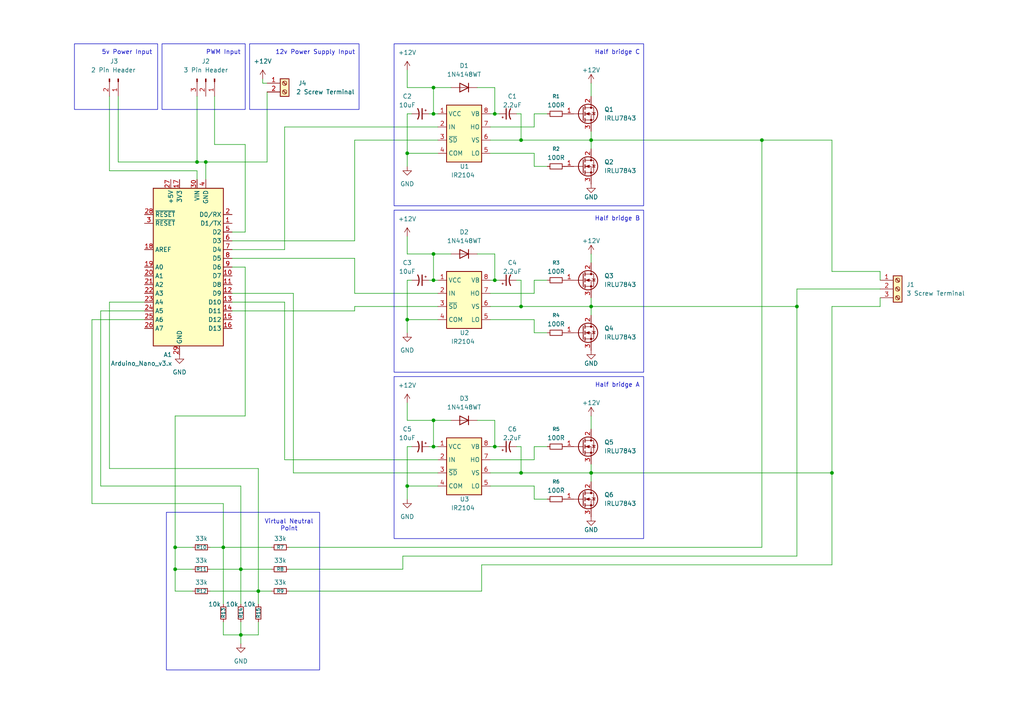
<source format=kicad_sch>
(kicad_sch
	(version 20250114)
	(generator "eeschema")
	(generator_version "9.0")
	(uuid "660744e6-e1b8-4950-8f24-134b2396a2b6")
	(paper "A4")
	(title_block
		(title "12v Brushless Motor Electronic Speed Controller")
		(date "2026-02-01")
		(rev "4.1")
	)
	(lib_symbols
		(symbol "Connector:Conn_01x02_Pin"
			(pin_names
				(offset 1.016)
				(hide yes)
			)
			(exclude_from_sim no)
			(in_bom yes)
			(on_board yes)
			(property "Reference" "J"
				(at 0 2.54 0)
				(effects
					(font
						(size 1.27 1.27)
					)
				)
			)
			(property "Value" "Conn_01x02_Pin"
				(at 0 -5.08 0)
				(effects
					(font
						(size 1.27 1.27)
					)
				)
			)
			(property "Footprint" ""
				(at 0 0 0)
				(effects
					(font
						(size 1.27 1.27)
					)
					(hide yes)
				)
			)
			(property "Datasheet" "~"
				(at 0 0 0)
				(effects
					(font
						(size 1.27 1.27)
					)
					(hide yes)
				)
			)
			(property "Description" "Generic connector, single row, 01x02, script generated"
				(at 0 0 0)
				(effects
					(font
						(size 1.27 1.27)
					)
					(hide yes)
				)
			)
			(property "ki_locked" ""
				(at 0 0 0)
				(effects
					(font
						(size 1.27 1.27)
					)
				)
			)
			(property "ki_keywords" "connector"
				(at 0 0 0)
				(effects
					(font
						(size 1.27 1.27)
					)
					(hide yes)
				)
			)
			(property "ki_fp_filters" "Connector*:*_1x??_*"
				(at 0 0 0)
				(effects
					(font
						(size 1.27 1.27)
					)
					(hide yes)
				)
			)
			(symbol "Conn_01x02_Pin_1_1"
				(rectangle
					(start 0.8636 0.127)
					(end 0 -0.127)
					(stroke
						(width 0.1524)
						(type default)
					)
					(fill
						(type outline)
					)
				)
				(rectangle
					(start 0.8636 -2.413)
					(end 0 -2.667)
					(stroke
						(width 0.1524)
						(type default)
					)
					(fill
						(type outline)
					)
				)
				(polyline
					(pts
						(xy 1.27 0) (xy 0.8636 0)
					)
					(stroke
						(width 0.1524)
						(type default)
					)
					(fill
						(type none)
					)
				)
				(polyline
					(pts
						(xy 1.27 -2.54) (xy 0.8636 -2.54)
					)
					(stroke
						(width 0.1524)
						(type default)
					)
					(fill
						(type none)
					)
				)
				(pin passive line
					(at 5.08 0 180)
					(length 3.81)
					(name "Pin_1"
						(effects
							(font
								(size 1.27 1.27)
							)
						)
					)
					(number "1"
						(effects
							(font
								(size 1.27 1.27)
							)
						)
					)
				)
				(pin passive line
					(at 5.08 -2.54 180)
					(length 3.81)
					(name "Pin_2"
						(effects
							(font
								(size 1.27 1.27)
							)
						)
					)
					(number "2"
						(effects
							(font
								(size 1.27 1.27)
							)
						)
					)
				)
			)
			(embedded_fonts no)
		)
		(symbol "Connector:Conn_01x03_Pin"
			(pin_names
				(offset 1.016)
				(hide yes)
			)
			(exclude_from_sim no)
			(in_bom yes)
			(on_board yes)
			(property "Reference" "J"
				(at 0 5.08 0)
				(effects
					(font
						(size 1.27 1.27)
					)
				)
			)
			(property "Value" "Conn_01x03_Pin"
				(at 0 -5.08 0)
				(effects
					(font
						(size 1.27 1.27)
					)
				)
			)
			(property "Footprint" ""
				(at 0 0 0)
				(effects
					(font
						(size 1.27 1.27)
					)
					(hide yes)
				)
			)
			(property "Datasheet" "~"
				(at 0 0 0)
				(effects
					(font
						(size 1.27 1.27)
					)
					(hide yes)
				)
			)
			(property "Description" "Generic connector, single row, 01x03, script generated"
				(at 0 0 0)
				(effects
					(font
						(size 1.27 1.27)
					)
					(hide yes)
				)
			)
			(property "ki_locked" ""
				(at 0 0 0)
				(effects
					(font
						(size 1.27 1.27)
					)
				)
			)
			(property "ki_keywords" "connector"
				(at 0 0 0)
				(effects
					(font
						(size 1.27 1.27)
					)
					(hide yes)
				)
			)
			(property "ki_fp_filters" "Connector*:*_1x??_*"
				(at 0 0 0)
				(effects
					(font
						(size 1.27 1.27)
					)
					(hide yes)
				)
			)
			(symbol "Conn_01x03_Pin_1_1"
				(rectangle
					(start 0.8636 2.667)
					(end 0 2.413)
					(stroke
						(width 0.1524)
						(type default)
					)
					(fill
						(type outline)
					)
				)
				(rectangle
					(start 0.8636 0.127)
					(end 0 -0.127)
					(stroke
						(width 0.1524)
						(type default)
					)
					(fill
						(type outline)
					)
				)
				(rectangle
					(start 0.8636 -2.413)
					(end 0 -2.667)
					(stroke
						(width 0.1524)
						(type default)
					)
					(fill
						(type outline)
					)
				)
				(polyline
					(pts
						(xy 1.27 2.54) (xy 0.8636 2.54)
					)
					(stroke
						(width 0.1524)
						(type default)
					)
					(fill
						(type none)
					)
				)
				(polyline
					(pts
						(xy 1.27 0) (xy 0.8636 0)
					)
					(stroke
						(width 0.1524)
						(type default)
					)
					(fill
						(type none)
					)
				)
				(polyline
					(pts
						(xy 1.27 -2.54) (xy 0.8636 -2.54)
					)
					(stroke
						(width 0.1524)
						(type default)
					)
					(fill
						(type none)
					)
				)
				(pin passive line
					(at 5.08 2.54 180)
					(length 3.81)
					(name "Pin_1"
						(effects
							(font
								(size 1.27 1.27)
							)
						)
					)
					(number "1"
						(effects
							(font
								(size 1.27 1.27)
							)
						)
					)
				)
				(pin passive line
					(at 5.08 0 180)
					(length 3.81)
					(name "Pin_2"
						(effects
							(font
								(size 1.27 1.27)
							)
						)
					)
					(number "2"
						(effects
							(font
								(size 1.27 1.27)
							)
						)
					)
				)
				(pin passive line
					(at 5.08 -2.54 180)
					(length 3.81)
					(name "Pin_3"
						(effects
							(font
								(size 1.27 1.27)
							)
						)
					)
					(number "3"
						(effects
							(font
								(size 1.27 1.27)
							)
						)
					)
				)
			)
			(embedded_fonts no)
		)
		(symbol "Connector:Screw_Terminal_01x02"
			(pin_names
				(offset 1.016)
				(hide yes)
			)
			(exclude_from_sim no)
			(in_bom yes)
			(on_board yes)
			(property "Reference" "J"
				(at 0 2.54 0)
				(effects
					(font
						(size 1.27 1.27)
					)
				)
			)
			(property "Value" "Screw_Terminal_01x02"
				(at 0 -5.08 0)
				(effects
					(font
						(size 1.27 1.27)
					)
				)
			)
			(property "Footprint" ""
				(at 0 0 0)
				(effects
					(font
						(size 1.27 1.27)
					)
					(hide yes)
				)
			)
			(property "Datasheet" "~"
				(at 0 0 0)
				(effects
					(font
						(size 1.27 1.27)
					)
					(hide yes)
				)
			)
			(property "Description" "Generic screw terminal, single row, 01x02, script generated (kicad-library-utils/schlib/autogen/connector/)"
				(at 0 0 0)
				(effects
					(font
						(size 1.27 1.27)
					)
					(hide yes)
				)
			)
			(property "ki_keywords" "screw terminal"
				(at 0 0 0)
				(effects
					(font
						(size 1.27 1.27)
					)
					(hide yes)
				)
			)
			(property "ki_fp_filters" "TerminalBlock*:*"
				(at 0 0 0)
				(effects
					(font
						(size 1.27 1.27)
					)
					(hide yes)
				)
			)
			(symbol "Screw_Terminal_01x02_1_1"
				(rectangle
					(start -1.27 1.27)
					(end 1.27 -3.81)
					(stroke
						(width 0.254)
						(type default)
					)
					(fill
						(type background)
					)
				)
				(polyline
					(pts
						(xy -0.5334 0.3302) (xy 0.3302 -0.508)
					)
					(stroke
						(width 0.1524)
						(type default)
					)
					(fill
						(type none)
					)
				)
				(polyline
					(pts
						(xy -0.5334 -2.2098) (xy 0.3302 -3.048)
					)
					(stroke
						(width 0.1524)
						(type default)
					)
					(fill
						(type none)
					)
				)
				(polyline
					(pts
						(xy -0.3556 0.508) (xy 0.508 -0.3302)
					)
					(stroke
						(width 0.1524)
						(type default)
					)
					(fill
						(type none)
					)
				)
				(polyline
					(pts
						(xy -0.3556 -2.032) (xy 0.508 -2.8702)
					)
					(stroke
						(width 0.1524)
						(type default)
					)
					(fill
						(type none)
					)
				)
				(circle
					(center 0 0)
					(radius 0.635)
					(stroke
						(width 0.1524)
						(type default)
					)
					(fill
						(type none)
					)
				)
				(circle
					(center 0 -2.54)
					(radius 0.635)
					(stroke
						(width 0.1524)
						(type default)
					)
					(fill
						(type none)
					)
				)
				(pin passive line
					(at -5.08 0 0)
					(length 3.81)
					(name "Pin_1"
						(effects
							(font
								(size 1.27 1.27)
							)
						)
					)
					(number "1"
						(effects
							(font
								(size 1.27 1.27)
							)
						)
					)
				)
				(pin passive line
					(at -5.08 -2.54 0)
					(length 3.81)
					(name "Pin_2"
						(effects
							(font
								(size 1.27 1.27)
							)
						)
					)
					(number "2"
						(effects
							(font
								(size 1.27 1.27)
							)
						)
					)
				)
			)
			(embedded_fonts no)
		)
		(symbol "Connector:Screw_Terminal_01x03"
			(pin_names
				(offset 1.016)
				(hide yes)
			)
			(exclude_from_sim no)
			(in_bom yes)
			(on_board yes)
			(property "Reference" "J"
				(at 0 5.08 0)
				(effects
					(font
						(size 1.27 1.27)
					)
				)
			)
			(property "Value" "Screw_Terminal_01x03"
				(at 0 -5.08 0)
				(effects
					(font
						(size 1.27 1.27)
					)
				)
			)
			(property "Footprint" ""
				(at 0 0 0)
				(effects
					(font
						(size 1.27 1.27)
					)
					(hide yes)
				)
			)
			(property "Datasheet" "~"
				(at 0 0 0)
				(effects
					(font
						(size 1.27 1.27)
					)
					(hide yes)
				)
			)
			(property "Description" "Generic screw terminal, single row, 01x03, script generated (kicad-library-utils/schlib/autogen/connector/)"
				(at 0 0 0)
				(effects
					(font
						(size 1.27 1.27)
					)
					(hide yes)
				)
			)
			(property "ki_keywords" "screw terminal"
				(at 0 0 0)
				(effects
					(font
						(size 1.27 1.27)
					)
					(hide yes)
				)
			)
			(property "ki_fp_filters" "TerminalBlock*:*"
				(at 0 0 0)
				(effects
					(font
						(size 1.27 1.27)
					)
					(hide yes)
				)
			)
			(symbol "Screw_Terminal_01x03_1_1"
				(rectangle
					(start -1.27 3.81)
					(end 1.27 -3.81)
					(stroke
						(width 0.254)
						(type default)
					)
					(fill
						(type background)
					)
				)
				(polyline
					(pts
						(xy -0.5334 2.8702) (xy 0.3302 2.032)
					)
					(stroke
						(width 0.1524)
						(type default)
					)
					(fill
						(type none)
					)
				)
				(polyline
					(pts
						(xy -0.5334 0.3302) (xy 0.3302 -0.508)
					)
					(stroke
						(width 0.1524)
						(type default)
					)
					(fill
						(type none)
					)
				)
				(polyline
					(pts
						(xy -0.5334 -2.2098) (xy 0.3302 -3.048)
					)
					(stroke
						(width 0.1524)
						(type default)
					)
					(fill
						(type none)
					)
				)
				(polyline
					(pts
						(xy -0.3556 3.048) (xy 0.508 2.2098)
					)
					(stroke
						(width 0.1524)
						(type default)
					)
					(fill
						(type none)
					)
				)
				(polyline
					(pts
						(xy -0.3556 0.508) (xy 0.508 -0.3302)
					)
					(stroke
						(width 0.1524)
						(type default)
					)
					(fill
						(type none)
					)
				)
				(polyline
					(pts
						(xy -0.3556 -2.032) (xy 0.508 -2.8702)
					)
					(stroke
						(width 0.1524)
						(type default)
					)
					(fill
						(type none)
					)
				)
				(circle
					(center 0 2.54)
					(radius 0.635)
					(stroke
						(width 0.1524)
						(type default)
					)
					(fill
						(type none)
					)
				)
				(circle
					(center 0 0)
					(radius 0.635)
					(stroke
						(width 0.1524)
						(type default)
					)
					(fill
						(type none)
					)
				)
				(circle
					(center 0 -2.54)
					(radius 0.635)
					(stroke
						(width 0.1524)
						(type default)
					)
					(fill
						(type none)
					)
				)
				(pin passive line
					(at -5.08 2.54 0)
					(length 3.81)
					(name "Pin_1"
						(effects
							(font
								(size 1.27 1.27)
							)
						)
					)
					(number "1"
						(effects
							(font
								(size 1.27 1.27)
							)
						)
					)
				)
				(pin passive line
					(at -5.08 0 0)
					(length 3.81)
					(name "Pin_2"
						(effects
							(font
								(size 1.27 1.27)
							)
						)
					)
					(number "2"
						(effects
							(font
								(size 1.27 1.27)
							)
						)
					)
				)
				(pin passive line
					(at -5.08 -2.54 0)
					(length 3.81)
					(name "Pin_3"
						(effects
							(font
								(size 1.27 1.27)
							)
						)
					)
					(number "3"
						(effects
							(font
								(size 1.27 1.27)
							)
						)
					)
				)
			)
			(embedded_fonts no)
		)
		(symbol "Device:C_Polarized_Small_US"
			(pin_numbers
				(hide yes)
			)
			(pin_names
				(offset 0.254)
				(hide yes)
			)
			(exclude_from_sim no)
			(in_bom yes)
			(on_board yes)
			(property "Reference" "C"
				(at 0.254 1.778 0)
				(effects
					(font
						(size 1.27 1.27)
					)
					(justify left)
				)
			)
			(property "Value" "C_Polarized_Small_US"
				(at 0.254 -2.032 0)
				(effects
					(font
						(size 1.27 1.27)
					)
					(justify left)
				)
			)
			(property "Footprint" ""
				(at 0 0 0)
				(effects
					(font
						(size 1.27 1.27)
					)
					(hide yes)
				)
			)
			(property "Datasheet" "~"
				(at 0 0 0)
				(effects
					(font
						(size 1.27 1.27)
					)
					(hide yes)
				)
			)
			(property "Description" "Polarized capacitor, small US symbol"
				(at 0 0 0)
				(effects
					(font
						(size 1.27 1.27)
					)
					(hide yes)
				)
			)
			(property "ki_keywords" "cap capacitor"
				(at 0 0 0)
				(effects
					(font
						(size 1.27 1.27)
					)
					(hide yes)
				)
			)
			(property "ki_fp_filters" "CP_*"
				(at 0 0 0)
				(effects
					(font
						(size 1.27 1.27)
					)
					(hide yes)
				)
			)
			(symbol "C_Polarized_Small_US_0_1"
				(polyline
					(pts
						(xy -1.524 0.508) (xy 1.524 0.508)
					)
					(stroke
						(width 0.3048)
						(type default)
					)
					(fill
						(type none)
					)
				)
				(polyline
					(pts
						(xy -1.27 1.524) (xy -0.762 1.524)
					)
					(stroke
						(width 0)
						(type default)
					)
					(fill
						(type none)
					)
				)
				(polyline
					(pts
						(xy -1.016 1.27) (xy -1.016 1.778)
					)
					(stroke
						(width 0)
						(type default)
					)
					(fill
						(type none)
					)
				)
				(arc
					(start -1.524 -0.762)
					(mid 0 -0.3734)
					(end 1.524 -0.762)
					(stroke
						(width 0.3048)
						(type default)
					)
					(fill
						(type none)
					)
				)
			)
			(symbol "C_Polarized_Small_US_1_1"
				(pin passive line
					(at 0 2.54 270)
					(length 2.032)
					(name "~"
						(effects
							(font
								(size 1.27 1.27)
							)
						)
					)
					(number "1"
						(effects
							(font
								(size 1.27 1.27)
							)
						)
					)
				)
				(pin passive line
					(at 0 -2.54 90)
					(length 2.032)
					(name "~"
						(effects
							(font
								(size 1.27 1.27)
							)
						)
					)
					(number "2"
						(effects
							(font
								(size 1.27 1.27)
							)
						)
					)
				)
			)
			(embedded_fonts no)
		)
		(symbol "Device:R_Small"
			(pin_numbers
				(hide yes)
			)
			(pin_names
				(offset 0.254)
				(hide yes)
			)
			(exclude_from_sim no)
			(in_bom yes)
			(on_board yes)
			(property "Reference" "R"
				(at 0 0 90)
				(effects
					(font
						(size 1.016 1.016)
					)
				)
			)
			(property "Value" "R_Small"
				(at 1.778 0 90)
				(effects
					(font
						(size 1.27 1.27)
					)
				)
			)
			(property "Footprint" ""
				(at 0 0 0)
				(effects
					(font
						(size 1.27 1.27)
					)
					(hide yes)
				)
			)
			(property "Datasheet" "~"
				(at 0 0 0)
				(effects
					(font
						(size 1.27 1.27)
					)
					(hide yes)
				)
			)
			(property "Description" "Resistor, small symbol"
				(at 0 0 0)
				(effects
					(font
						(size 1.27 1.27)
					)
					(hide yes)
				)
			)
			(property "ki_keywords" "R resistor"
				(at 0 0 0)
				(effects
					(font
						(size 1.27 1.27)
					)
					(hide yes)
				)
			)
			(property "ki_fp_filters" "R_*"
				(at 0 0 0)
				(effects
					(font
						(size 1.27 1.27)
					)
					(hide yes)
				)
			)
			(symbol "R_Small_0_1"
				(rectangle
					(start -0.762 1.778)
					(end 0.762 -1.778)
					(stroke
						(width 0.2032)
						(type default)
					)
					(fill
						(type none)
					)
				)
			)
			(symbol "R_Small_1_1"
				(pin passive line
					(at 0 2.54 270)
					(length 0.762)
					(name "~"
						(effects
							(font
								(size 1.27 1.27)
							)
						)
					)
					(number "1"
						(effects
							(font
								(size 1.27 1.27)
							)
						)
					)
				)
				(pin passive line
					(at 0 -2.54 90)
					(length 0.762)
					(name "~"
						(effects
							(font
								(size 1.27 1.27)
							)
						)
					)
					(number "2"
						(effects
							(font
								(size 1.27 1.27)
							)
						)
					)
				)
			)
			(embedded_fonts no)
		)
		(symbol "Diode:1N4148WT"
			(pin_numbers
				(hide yes)
			)
			(pin_names
				(hide yes)
			)
			(exclude_from_sim no)
			(in_bom yes)
			(on_board yes)
			(property "Reference" "D"
				(at 0 2.54 0)
				(effects
					(font
						(size 1.27 1.27)
					)
				)
			)
			(property "Value" "1N4148WT"
				(at 0 -2.54 0)
				(effects
					(font
						(size 1.27 1.27)
					)
				)
			)
			(property "Footprint" "Diode_SMD:D_SOD-523"
				(at 0 -4.445 0)
				(effects
					(font
						(size 1.27 1.27)
					)
					(hide yes)
				)
			)
			(property "Datasheet" "https://www.diodes.com/assets/Datasheets/ds30396.pdf"
				(at 0 0 0)
				(effects
					(font
						(size 1.27 1.27)
					)
					(hide yes)
				)
			)
			(property "Description" "75V 0.15A Fast switching Diode, SOD-523"
				(at 0 0 0)
				(effects
					(font
						(size 1.27 1.27)
					)
					(hide yes)
				)
			)
			(property "Sim.Device" "D"
				(at 0 0 0)
				(effects
					(font
						(size 1.27 1.27)
					)
					(hide yes)
				)
			)
			(property "Sim.Pins" "1=K 2=A"
				(at 0 0 0)
				(effects
					(font
						(size 1.27 1.27)
					)
					(hide yes)
				)
			)
			(property "ki_keywords" "diode"
				(at 0 0 0)
				(effects
					(font
						(size 1.27 1.27)
					)
					(hide yes)
				)
			)
			(property "ki_fp_filters" "D*SOD?523*"
				(at 0 0 0)
				(effects
					(font
						(size 1.27 1.27)
					)
					(hide yes)
				)
			)
			(symbol "1N4148WT_0_1"
				(polyline
					(pts
						(xy -1.27 1.27) (xy -1.27 -1.27)
					)
					(stroke
						(width 0.254)
						(type default)
					)
					(fill
						(type none)
					)
				)
				(polyline
					(pts
						(xy 1.27 1.27) (xy 1.27 -1.27) (xy -1.27 0) (xy 1.27 1.27)
					)
					(stroke
						(width 0.254)
						(type default)
					)
					(fill
						(type none)
					)
				)
				(polyline
					(pts
						(xy 1.27 0) (xy -1.27 0)
					)
					(stroke
						(width 0)
						(type default)
					)
					(fill
						(type none)
					)
				)
			)
			(symbol "1N4148WT_1_1"
				(pin passive line
					(at -3.81 0 0)
					(length 2.54)
					(name "K"
						(effects
							(font
								(size 1.27 1.27)
							)
						)
					)
					(number "1"
						(effects
							(font
								(size 1.27 1.27)
							)
						)
					)
				)
				(pin passive line
					(at 3.81 0 180)
					(length 2.54)
					(name "A"
						(effects
							(font
								(size 1.27 1.27)
							)
						)
					)
					(number "2"
						(effects
							(font
								(size 1.27 1.27)
							)
						)
					)
				)
			)
			(embedded_fonts no)
		)
		(symbol "Driver_FET:IR2104"
			(exclude_from_sim no)
			(in_bom yes)
			(on_board yes)
			(property "Reference" "U1"
				(at -1.016 13.716 0)
				(effects
					(font
						(size 1.27 1.27)
					)
					(justify left)
				)
			)
			(property "Value" "IR2104"
				(at -3.048 11.43 0)
				(effects
					(font
						(size 1.27 1.27)
					)
					(justify left)
				)
			)
			(property "Footprint" "Package_DIP:DIP-8_W7.62mm_LongPads"
				(at 1.778 -15.24 0)
				(effects
					(font
						(size 1.27 1.27)
						(italic yes)
					)
					(hide yes)
				)
			)
			(property "Datasheet" "https://www.infineon.com/dgdl/ir2104.pdf?fileId=5546d462533600a4015355c7c1c31671"
				(at 1.778 -15.24 0)
				(effects
					(font
						(size 1.27 1.27)
					)
					(hide yes)
				)
			)
			(property "Description" "Half-Bridge Driver, 600V, 210/360mA, PDIP-8/SOIC-8"
				(at 1.778 -15.24 0)
				(effects
					(font
						(size 1.27 1.27)
					)
					(hide yes)
				)
			)
			(property "ki_keywords" "Gate Driver"
				(at 0 0 0)
				(effects
					(font
						(size 1.27 1.27)
					)
					(hide yes)
				)
			)
			(property "ki_fp_filters" "SOIC*3.9x4.9mm*P1.27mm* DIP*W7.62mm*"
				(at 0 0 0)
				(effects
					(font
						(size 1.27 1.27)
					)
					(hide yes)
				)
			)
			(symbol "IR2104_0_1"
				(rectangle
					(start -5.08 10.16)
					(end 5.08 -6.35)
					(stroke
						(width 0.254)
						(type default)
					)
					(fill
						(type background)
					)
				)
			)
			(symbol "IR2104_1_1"
				(pin power_in line
					(at -7.62 7.62 0)
					(length 2.54)
					(name "VCC"
						(effects
							(font
								(size 1.27 1.27)
							)
						)
					)
					(number "1"
						(effects
							(font
								(size 1.27 1.27)
							)
						)
					)
				)
				(pin input line
					(at -7.62 3.81 0)
					(length 2.54)
					(name "IN"
						(effects
							(font
								(size 1.27 1.27)
							)
						)
					)
					(number "2"
						(effects
							(font
								(size 1.27 1.27)
							)
						)
					)
				)
				(pin input line
					(at -7.62 0 0)
					(length 2.54)
					(name "~{SD}"
						(effects
							(font
								(size 1.27 1.27)
							)
						)
					)
					(number "3"
						(effects
							(font
								(size 1.27 1.27)
							)
						)
					)
				)
				(pin power_in line
					(at -7.62 -3.81 0)
					(length 2.54)
					(name "COM"
						(effects
							(font
								(size 1.27 1.27)
							)
						)
					)
					(number "4"
						(effects
							(font
								(size 1.27 1.27)
							)
						)
					)
				)
				(pin passive line
					(at 7.62 7.62 180)
					(length 2.54)
					(name "VB"
						(effects
							(font
								(size 1.27 1.27)
							)
						)
					)
					(number "8"
						(effects
							(font
								(size 1.27 1.27)
							)
						)
					)
				)
				(pin output line
					(at 7.62 3.81 180)
					(length 2.54)
					(name "HO"
						(effects
							(font
								(size 1.27 1.27)
							)
						)
					)
					(number "7"
						(effects
							(font
								(size 1.27 1.27)
							)
						)
					)
				)
				(pin passive line
					(at 7.62 0 180)
					(length 2.54)
					(name "VS"
						(effects
							(font
								(size 1.27 1.27)
							)
						)
					)
					(number "6"
						(effects
							(font
								(size 1.27 1.27)
							)
						)
					)
				)
				(pin output line
					(at 7.62 -3.81 180)
					(length 2.54)
					(name "LO"
						(effects
							(font
								(size 1.27 1.27)
							)
						)
					)
					(number "5"
						(effects
							(font
								(size 1.27 1.27)
							)
						)
					)
				)
			)
			(embedded_fonts no)
		)
		(symbol "MCU_Module:Arduino_Nano_v3.x"
			(exclude_from_sim no)
			(in_bom yes)
			(on_board yes)
			(property "Reference" "A1"
				(at 4.6833 -25.4 0)
				(effects
					(font
						(size 1.27 1.27)
					)
					(justify left)
				)
			)
			(property "Value" "Arduino_Nano_v3.x"
				(at 4.6833 -27.94 0)
				(effects
					(font
						(size 1.27 1.27)
					)
					(justify left)
				)
			)
			(property "Footprint" "Module:Arduino_Nano"
				(at 0 0 0)
				(effects
					(font
						(size 1.27 1.27)
						(italic yes)
					)
					(hide yes)
				)
			)
			(property "Datasheet" "http://www.mouser.com/pdfdocs/Gravitech_Arduino_Nano3_0.pdf"
				(at 0 0 0)
				(effects
					(font
						(size 1.27 1.27)
					)
					(hide yes)
				)
			)
			(property "Description" "Arduino Nano v3.x"
				(at 0 0 0)
				(effects
					(font
						(size 1.27 1.27)
					)
					(hide yes)
				)
			)
			(property "ki_keywords" "Arduino nano microcontroller module USB"
				(at 0 0 0)
				(effects
					(font
						(size 1.27 1.27)
					)
					(hide yes)
				)
			)
			(property "ki_fp_filters" "Arduino*Nano*"
				(at 0 0 0)
				(effects
					(font
						(size 1.27 1.27)
					)
					(hide yes)
				)
			)
			(symbol "Arduino_Nano_v3.x_0_1"
				(rectangle
					(start -10.16 22.86)
					(end 10.16 -22.86)
					(stroke
						(width 0.254)
						(type default)
					)
					(fill
						(type background)
					)
				)
			)
			(symbol "Arduino_Nano_v3.x_1_1"
				(pin bidirectional line
					(at -12.7 15.24 0)
					(length 2.54)
					(name "D0/RX"
						(effects
							(font
								(size 1.27 1.27)
							)
						)
					)
					(number "2"
						(effects
							(font
								(size 1.27 1.27)
							)
						)
					)
				)
				(pin bidirectional line
					(at -12.7 12.7 0)
					(length 2.54)
					(name "D1/TX"
						(effects
							(font
								(size 1.27 1.27)
							)
						)
					)
					(number "1"
						(effects
							(font
								(size 1.27 1.27)
							)
						)
					)
				)
				(pin bidirectional line
					(at -12.7 10.16 0)
					(length 2.54)
					(name "D2"
						(effects
							(font
								(size 1.27 1.27)
							)
						)
					)
					(number "5"
						(effects
							(font
								(size 1.27 1.27)
							)
						)
					)
				)
				(pin bidirectional line
					(at -12.7 7.62 0)
					(length 2.54)
					(name "D3"
						(effects
							(font
								(size 1.27 1.27)
							)
						)
					)
					(number "6"
						(effects
							(font
								(size 1.27 1.27)
							)
						)
					)
				)
				(pin bidirectional line
					(at -12.7 5.08 0)
					(length 2.54)
					(name "D4"
						(effects
							(font
								(size 1.27 1.27)
							)
						)
					)
					(number "7"
						(effects
							(font
								(size 1.27 1.27)
							)
						)
					)
				)
				(pin bidirectional line
					(at -12.7 2.54 0)
					(length 2.54)
					(name "D5"
						(effects
							(font
								(size 1.27 1.27)
							)
						)
					)
					(number "8"
						(effects
							(font
								(size 1.27 1.27)
							)
						)
					)
				)
				(pin bidirectional line
					(at -12.7 0 0)
					(length 2.54)
					(name "D6"
						(effects
							(font
								(size 1.27 1.27)
							)
						)
					)
					(number "9"
						(effects
							(font
								(size 1.27 1.27)
							)
						)
					)
				)
				(pin bidirectional line
					(at -12.7 -2.54 0)
					(length 2.54)
					(name "D7"
						(effects
							(font
								(size 1.27 1.27)
							)
						)
					)
					(number "10"
						(effects
							(font
								(size 1.27 1.27)
							)
						)
					)
				)
				(pin bidirectional line
					(at -12.7 -5.08 0)
					(length 2.54)
					(name "D8"
						(effects
							(font
								(size 1.27 1.27)
							)
						)
					)
					(number "11"
						(effects
							(font
								(size 1.27 1.27)
							)
						)
					)
				)
				(pin bidirectional line
					(at -12.7 -7.62 0)
					(length 2.54)
					(name "D9"
						(effects
							(font
								(size 1.27 1.27)
							)
						)
					)
					(number "12"
						(effects
							(font
								(size 1.27 1.27)
							)
						)
					)
				)
				(pin bidirectional line
					(at -12.7 -10.16 0)
					(length 2.54)
					(name "D10"
						(effects
							(font
								(size 1.27 1.27)
							)
						)
					)
					(number "13"
						(effects
							(font
								(size 1.27 1.27)
							)
						)
					)
				)
				(pin bidirectional line
					(at -12.7 -12.7 0)
					(length 2.54)
					(name "D11"
						(effects
							(font
								(size 1.27 1.27)
							)
						)
					)
					(number "14"
						(effects
							(font
								(size 1.27 1.27)
							)
						)
					)
				)
				(pin bidirectional line
					(at -12.7 -15.24 0)
					(length 2.54)
					(name "D12"
						(effects
							(font
								(size 1.27 1.27)
							)
						)
					)
					(number "15"
						(effects
							(font
								(size 1.27 1.27)
							)
						)
					)
				)
				(pin bidirectional line
					(at -12.7 -17.78 0)
					(length 2.54)
					(name "D13"
						(effects
							(font
								(size 1.27 1.27)
							)
						)
					)
					(number "16"
						(effects
							(font
								(size 1.27 1.27)
							)
						)
					)
				)
				(pin power_in line
					(at -5.08 25.4 270)
					(length 2.54)
					(name "GND"
						(effects
							(font
								(size 1.27 1.27)
							)
						)
					)
					(number "4"
						(effects
							(font
								(size 1.27 1.27)
							)
						)
					)
				)
				(pin power_in line
					(at -2.54 25.4 270)
					(length 2.54)
					(name "VIN"
						(effects
							(font
								(size 1.27 1.27)
							)
						)
					)
					(number "30"
						(effects
							(font
								(size 1.27 1.27)
							)
						)
					)
				)
				(pin power_out line
					(at 2.54 25.4 270)
					(length 2.54)
					(name "3V3"
						(effects
							(font
								(size 1.27 1.27)
							)
						)
					)
					(number "17"
						(effects
							(font
								(size 1.27 1.27)
							)
						)
					)
				)
				(pin power_in line
					(at 2.54 -25.4 90)
					(length 2.54)
					(name "GND"
						(effects
							(font
								(size 1.27 1.27)
							)
						)
					)
					(number "29"
						(effects
							(font
								(size 1.27 1.27)
							)
						)
					)
				)
				(pin power_out line
					(at 5.08 25.4 270)
					(length 2.54)
					(name "+5V"
						(effects
							(font
								(size 1.27 1.27)
							)
						)
					)
					(number "27"
						(effects
							(font
								(size 1.27 1.27)
							)
						)
					)
				)
				(pin input line
					(at 12.7 15.24 180)
					(length 2.54)
					(name "~{RESET}"
						(effects
							(font
								(size 1.27 1.27)
							)
						)
					)
					(number "28"
						(effects
							(font
								(size 1.27 1.27)
							)
						)
					)
				)
				(pin input line
					(at 12.7 12.7 180)
					(length 2.54)
					(name "~{RESET}"
						(effects
							(font
								(size 1.27 1.27)
							)
						)
					)
					(number "3"
						(effects
							(font
								(size 1.27 1.27)
							)
						)
					)
				)
				(pin input line
					(at 12.7 5.08 180)
					(length 2.54)
					(name "AREF"
						(effects
							(font
								(size 1.27 1.27)
							)
						)
					)
					(number "18"
						(effects
							(font
								(size 1.27 1.27)
							)
						)
					)
				)
				(pin bidirectional line
					(at 12.7 0 180)
					(length 2.54)
					(name "A0"
						(effects
							(font
								(size 1.27 1.27)
							)
						)
					)
					(number "19"
						(effects
							(font
								(size 1.27 1.27)
							)
						)
					)
				)
				(pin bidirectional line
					(at 12.7 -2.54 180)
					(length 2.54)
					(name "A1"
						(effects
							(font
								(size 1.27 1.27)
							)
						)
					)
					(number "20"
						(effects
							(font
								(size 1.27 1.27)
							)
						)
					)
				)
				(pin bidirectional line
					(at 12.7 -5.08 180)
					(length 2.54)
					(name "A2"
						(effects
							(font
								(size 1.27 1.27)
							)
						)
					)
					(number "21"
						(effects
							(font
								(size 1.27 1.27)
							)
						)
					)
				)
				(pin bidirectional line
					(at 12.7 -7.62 180)
					(length 2.54)
					(name "A3"
						(effects
							(font
								(size 1.27 1.27)
							)
						)
					)
					(number "22"
						(effects
							(font
								(size 1.27 1.27)
							)
						)
					)
				)
				(pin bidirectional line
					(at 12.7 -10.16 180)
					(length 2.54)
					(name "A4"
						(effects
							(font
								(size 1.27 1.27)
							)
						)
					)
					(number "23"
						(effects
							(font
								(size 1.27 1.27)
							)
						)
					)
				)
				(pin bidirectional line
					(at 12.7 -12.7 180)
					(length 2.54)
					(name "A5"
						(effects
							(font
								(size 1.27 1.27)
							)
						)
					)
					(number "24"
						(effects
							(font
								(size 1.27 1.27)
							)
						)
					)
				)
				(pin bidirectional line
					(at 12.7 -15.24 180)
					(length 2.54)
					(name "A6"
						(effects
							(font
								(size 1.27 1.27)
							)
						)
					)
					(number "25"
						(effects
							(font
								(size 1.27 1.27)
							)
						)
					)
				)
				(pin bidirectional line
					(at 12.7 -17.78 180)
					(length 2.54)
					(name "A7"
						(effects
							(font
								(size 1.27 1.27)
							)
						)
					)
					(number "26"
						(effects
							(font
								(size 1.27 1.27)
							)
						)
					)
				)
			)
			(embedded_fonts no)
		)
		(symbol "Transistor_FET:IRLIZ44N"
			(pin_names
				(hide yes)
			)
			(exclude_from_sim no)
			(in_bom yes)
			(on_board yes)
			(property "Reference" "Q"
				(at 5.08 1.905 0)
				(effects
					(font
						(size 1.27 1.27)
					)
					(justify left)
				)
			)
			(property "Value" "IRLIZ44N"
				(at 5.08 0 0)
				(effects
					(font
						(size 1.27 1.27)
					)
					(justify left)
				)
			)
			(property "Footprint" "Package_TO_SOT_THT:TO-220F-3_Vertical"
				(at 5.08 -1.905 0)
				(effects
					(font
						(size 1.27 1.27)
						(italic yes)
					)
					(justify left)
					(hide yes)
				)
			)
			(property "Datasheet" "http://www.irf.com/product-info/datasheets/data/irliz44n.pdf"
				(at 5.08 -3.81 0)
				(effects
					(font
						(size 1.27 1.27)
					)
					(justify left)
					(hide yes)
				)
			)
			(property "Description" "30A Id, 55V Vds, 22mOhm Rds, N-Channel HEXFET Power MOSFET, TO-220AB"
				(at 0 0 0)
				(effects
					(font
						(size 1.27 1.27)
					)
					(hide yes)
				)
			)
			(property "ki_keywords" "N-Channel HEXFET MOSFET Logic-Level"
				(at 0 0 0)
				(effects
					(font
						(size 1.27 1.27)
					)
					(hide yes)
				)
			)
			(property "ki_fp_filters" "TO?220F*"
				(at 0 0 0)
				(effects
					(font
						(size 1.27 1.27)
					)
					(hide yes)
				)
			)
			(symbol "IRLIZ44N_0_1"
				(polyline
					(pts
						(xy 0.254 1.905) (xy 0.254 -1.905)
					)
					(stroke
						(width 0.254)
						(type default)
					)
					(fill
						(type none)
					)
				)
				(polyline
					(pts
						(xy 0.254 0) (xy -2.54 0)
					)
					(stroke
						(width 0)
						(type default)
					)
					(fill
						(type none)
					)
				)
				(polyline
					(pts
						(xy 0.762 2.286) (xy 0.762 1.27)
					)
					(stroke
						(width 0.254)
						(type default)
					)
					(fill
						(type none)
					)
				)
				(polyline
					(pts
						(xy 0.762 0.508) (xy 0.762 -0.508)
					)
					(stroke
						(width 0.254)
						(type default)
					)
					(fill
						(type none)
					)
				)
				(polyline
					(pts
						(xy 0.762 -1.27) (xy 0.762 -2.286)
					)
					(stroke
						(width 0.254)
						(type default)
					)
					(fill
						(type none)
					)
				)
				(polyline
					(pts
						(xy 0.762 -1.778) (xy 3.302 -1.778) (xy 3.302 1.778) (xy 0.762 1.778)
					)
					(stroke
						(width 0)
						(type default)
					)
					(fill
						(type none)
					)
				)
				(polyline
					(pts
						(xy 1.016 0) (xy 2.032 0.381) (xy 2.032 -0.381) (xy 1.016 0)
					)
					(stroke
						(width 0)
						(type default)
					)
					(fill
						(type outline)
					)
				)
				(circle
					(center 1.651 0)
					(radius 2.794)
					(stroke
						(width 0.254)
						(type default)
					)
					(fill
						(type none)
					)
				)
				(polyline
					(pts
						(xy 2.54 2.54) (xy 2.54 1.778)
					)
					(stroke
						(width 0)
						(type default)
					)
					(fill
						(type none)
					)
				)
				(circle
					(center 2.54 1.778)
					(radius 0.254)
					(stroke
						(width 0)
						(type default)
					)
					(fill
						(type outline)
					)
				)
				(circle
					(center 2.54 -1.778)
					(radius 0.254)
					(stroke
						(width 0)
						(type default)
					)
					(fill
						(type outline)
					)
				)
				(polyline
					(pts
						(xy 2.54 -2.54) (xy 2.54 0) (xy 0.762 0)
					)
					(stroke
						(width 0)
						(type default)
					)
					(fill
						(type none)
					)
				)
				(polyline
					(pts
						(xy 2.794 0.508) (xy 2.921 0.381) (xy 3.683 0.381) (xy 3.81 0.254)
					)
					(stroke
						(width 0)
						(type default)
					)
					(fill
						(type none)
					)
				)
				(polyline
					(pts
						(xy 3.302 0.381) (xy 2.921 -0.254) (xy 3.683 -0.254) (xy 3.302 0.381)
					)
					(stroke
						(width 0)
						(type default)
					)
					(fill
						(type none)
					)
				)
			)
			(symbol "IRLIZ44N_1_1"
				(pin input line
					(at -5.08 0 0)
					(length 2.54)
					(name "G"
						(effects
							(font
								(size 1.27 1.27)
							)
						)
					)
					(number "1"
						(effects
							(font
								(size 1.27 1.27)
							)
						)
					)
				)
				(pin passive line
					(at 2.54 5.08 270)
					(length 2.54)
					(name "D"
						(effects
							(font
								(size 1.27 1.27)
							)
						)
					)
					(number "2"
						(effects
							(font
								(size 1.27 1.27)
							)
						)
					)
				)
				(pin passive line
					(at 2.54 -5.08 90)
					(length 2.54)
					(name "S"
						(effects
							(font
								(size 1.27 1.27)
							)
						)
					)
					(number "3"
						(effects
							(font
								(size 1.27 1.27)
							)
						)
					)
				)
			)
			(embedded_fonts no)
		)
		(symbol "power:+12V"
			(power)
			(pin_numbers
				(hide yes)
			)
			(pin_names
				(offset 0)
				(hide yes)
			)
			(exclude_from_sim no)
			(in_bom yes)
			(on_board yes)
			(property "Reference" "#PWR"
				(at 0 -3.81 0)
				(effects
					(font
						(size 1.27 1.27)
					)
					(hide yes)
				)
			)
			(property "Value" "+12V"
				(at 0 3.556 0)
				(effects
					(font
						(size 1.27 1.27)
					)
				)
			)
			(property "Footprint" ""
				(at 0 0 0)
				(effects
					(font
						(size 1.27 1.27)
					)
					(hide yes)
				)
			)
			(property "Datasheet" ""
				(at 0 0 0)
				(effects
					(font
						(size 1.27 1.27)
					)
					(hide yes)
				)
			)
			(property "Description" "Power symbol creates a global label with name \"+12V\""
				(at 0 0 0)
				(effects
					(font
						(size 1.27 1.27)
					)
					(hide yes)
				)
			)
			(property "ki_keywords" "global power"
				(at 0 0 0)
				(effects
					(font
						(size 1.27 1.27)
					)
					(hide yes)
				)
			)
			(symbol "+12V_0_1"
				(polyline
					(pts
						(xy -0.762 1.27) (xy 0 2.54)
					)
					(stroke
						(width 0)
						(type default)
					)
					(fill
						(type none)
					)
				)
				(polyline
					(pts
						(xy 0 2.54) (xy 0.762 1.27)
					)
					(stroke
						(width 0)
						(type default)
					)
					(fill
						(type none)
					)
				)
				(polyline
					(pts
						(xy 0 0) (xy 0 2.54)
					)
					(stroke
						(width 0)
						(type default)
					)
					(fill
						(type none)
					)
				)
			)
			(symbol "+12V_1_1"
				(pin power_in line
					(at 0 0 90)
					(length 0)
					(name "~"
						(effects
							(font
								(size 1.27 1.27)
							)
						)
					)
					(number "1"
						(effects
							(font
								(size 1.27 1.27)
							)
						)
					)
				)
			)
			(embedded_fonts no)
		)
		(symbol "power:GND"
			(power)
			(pin_numbers
				(hide yes)
			)
			(pin_names
				(offset 0)
				(hide yes)
			)
			(exclude_from_sim no)
			(in_bom yes)
			(on_board yes)
			(property "Reference" "#PWR"
				(at 0 -6.35 0)
				(effects
					(font
						(size 1.27 1.27)
					)
					(hide yes)
				)
			)
			(property "Value" "GND"
				(at 0 -3.81 0)
				(effects
					(font
						(size 1.27 1.27)
					)
				)
			)
			(property "Footprint" ""
				(at 0 0 0)
				(effects
					(font
						(size 1.27 1.27)
					)
					(hide yes)
				)
			)
			(property "Datasheet" ""
				(at 0 0 0)
				(effects
					(font
						(size 1.27 1.27)
					)
					(hide yes)
				)
			)
			(property "Description" "Power symbol creates a global label with name \"GND\" , ground"
				(at 0 0 0)
				(effects
					(font
						(size 1.27 1.27)
					)
					(hide yes)
				)
			)
			(property "ki_keywords" "global power"
				(at 0 0 0)
				(effects
					(font
						(size 1.27 1.27)
					)
					(hide yes)
				)
			)
			(symbol "GND_0_1"
				(polyline
					(pts
						(xy 0 0) (xy 0 -1.27) (xy 1.27 -1.27) (xy 0 -2.54) (xy -1.27 -1.27) (xy 0 -1.27)
					)
					(stroke
						(width 0)
						(type default)
					)
					(fill
						(type none)
					)
				)
			)
			(symbol "GND_1_1"
				(pin power_in line
					(at 0 0 270)
					(length 0)
					(name "~"
						(effects
							(font
								(size 1.27 1.27)
							)
						)
					)
					(number "1"
						(effects
							(font
								(size 1.27 1.27)
							)
						)
					)
				)
			)
			(embedded_fonts no)
		)
	)
	(rectangle
		(start 72.39 12.7)
		(end 104.14 31.75)
		(stroke
			(width 0)
			(type default)
		)
		(fill
			(type none)
		)
		(uuid 1c23b35f-5a4e-4187-a0fa-6ddcd0794457)
	)
	(rectangle
		(start 114.3 60.96)
		(end 186.69 107.95)
		(stroke
			(width 0)
			(type default)
		)
		(fill
			(type none)
		)
		(uuid 27406274-cea1-4aee-b14b-d38323109b3a)
	)
	(rectangle
		(start 48.26 148.59)
		(end 92.71 194.31)
		(stroke
			(width 0)
			(type default)
		)
		(fill
			(type none)
		)
		(uuid 7e54eaec-f99b-481b-81dc-f84789908833)
	)
	(rectangle
		(start 114.3 109.22)
		(end 186.69 156.21)
		(stroke
			(width 0)
			(type default)
		)
		(fill
			(type none)
		)
		(uuid 997c0eb1-5e06-4d5c-b06d-698761b572d0)
	)
	(rectangle
		(start 21.59 12.7)
		(end 45.72 31.75)
		(stroke
			(width 0)
			(type default)
		)
		(fill
			(type none)
		)
		(uuid a963d2c9-b23d-479c-bbf4-95889d9888a0)
	)
	(rectangle
		(start 114.3 12.7)
		(end 186.69 59.69)
		(stroke
			(width 0)
			(type default)
		)
		(fill
			(type none)
		)
		(uuid b68616bf-48d3-4062-b9f3-2286f5446f2b)
	)
	(rectangle
		(start 46.99 12.7)
		(end 71.12 31.75)
		(stroke
			(width 0)
			(type default)
		)
		(fill
			(type none)
		)
		(uuid f1945595-e0c6-4724-b350-8349874c2b2d)
	)
	(text "5v Power Input"
		(exclude_from_sim no)
		(at 36.83 15.24 0)
		(effects
			(font
				(size 1.27 1.27)
			)
		)
		(uuid "06845e65-ff9c-4414-ab00-6f499b6e9b94")
	)
	(text "12v Power Supply Input"
		(exclude_from_sim no)
		(at 91.44 15.24 0)
		(effects
			(font
				(size 1.27 1.27)
			)
		)
		(uuid "41eb0d3c-297f-435c-a64b-a93ff0c9303b")
	)
	(text "Half bridge A"
		(exclude_from_sim no)
		(at 179.07 111.76 0)
		(effects
			(font
				(size 1.27 1.27)
			)
		)
		(uuid "4570e1df-a65e-4648-962d-f1a343086e0c")
	)
	(text "PWM Input"
		(exclude_from_sim no)
		(at 64.77 15.24 0)
		(effects
			(font
				(size 1.27 1.27)
			)
		)
		(uuid "5b8a6afe-f2b9-4a8a-8604-ba97663b00a5")
	)
	(text "Half bridge C"
		(exclude_from_sim no)
		(at 179.07 15.24 0)
		(effects
			(font
				(size 1.27 1.27)
			)
		)
		(uuid "68e93168-83b0-4ef7-97dd-38ab7b4746ad")
	)
	(text "Half bridge B"
		(exclude_from_sim no)
		(at 179.07 63.5 0)
		(effects
			(font
				(size 1.27 1.27)
			)
		)
		(uuid "8580c06a-d638-4f05-ba90-ebb0e944a0fd")
	)
	(text "Virtual Neutral\nPoint"
		(exclude_from_sim no)
		(at 83.82 152.4 0)
		(effects
			(font
				(size 1.27 1.27)
			)
		)
		(uuid "a9d63160-03c9-4ffc-ba1b-173531c3fc0f")
	)
	(junction
		(at 171.45 40.64)
		(diameter 0)
		(color 0 0 0 0)
		(uuid "140e46a2-0a99-42aa-bc44-4f909af8885b")
	)
	(junction
		(at 74.93 171.45)
		(diameter 0)
		(color 0 0 0 0)
		(uuid "1e68568e-f1fc-42d6-9e28-09c343abebb5")
	)
	(junction
		(at 69.85 184.15)
		(diameter 0)
		(color 0 0 0 0)
		(uuid "28a6b20a-8426-470c-8422-37fbca48072e")
	)
	(junction
		(at 143.51 129.54)
		(diameter 0)
		(color 0 0 0 0)
		(uuid "2a3ad241-359d-4bd7-bd68-75b374251800")
	)
	(junction
		(at 118.11 44.45)
		(diameter 0)
		(color 0 0 0 0)
		(uuid "42e19a9a-40e3-4259-8d8a-e53e3cdc6b0b")
	)
	(junction
		(at 151.13 40.64)
		(diameter 0)
		(color 0 0 0 0)
		(uuid "4981df2b-b302-48a6-8df8-fcf4cd51753d")
	)
	(junction
		(at 171.45 137.16)
		(diameter 0)
		(color 0 0 0 0)
		(uuid "4efaf3d1-7002-4bf6-87bb-2e6d8661d54f")
	)
	(junction
		(at 151.13 88.9)
		(diameter 0)
		(color 0 0 0 0)
		(uuid "5469fa93-017f-41fb-9fa0-2ba1ad022cfa")
	)
	(junction
		(at 125.73 129.54)
		(diameter 0)
		(color 0 0 0 0)
		(uuid "5522f9df-02cb-4231-b87c-7f66161d7333")
	)
	(junction
		(at 143.51 81.28)
		(diameter 0)
		(color 0 0 0 0)
		(uuid "562d2947-5b73-4f66-b4eb-61fd304ff4c0")
	)
	(junction
		(at 151.13 137.16)
		(diameter 0)
		(color 0 0 0 0)
		(uuid "5f0335d0-d813-48c9-85de-367fbbb1ca1d")
	)
	(junction
		(at 143.51 33.02)
		(diameter 0)
		(color 0 0 0 0)
		(uuid "6f1c509d-8815-4b66-927a-9ee59edfcbfe")
	)
	(junction
		(at 64.77 158.75)
		(diameter 0)
		(color 0 0 0 0)
		(uuid "7a867274-8ef0-4520-ae0d-cdeddc1bb4d6")
	)
	(junction
		(at 50.8 165.1)
		(diameter 0)
		(color 0 0 0 0)
		(uuid "7ce6786c-b171-4e42-a569-0e57890b15a0")
	)
	(junction
		(at 241.3 137.16)
		(diameter 0)
		(color 0 0 0 0)
		(uuid "7e09fa23-9d13-461e-80f0-2725b879f69b")
	)
	(junction
		(at 171.45 88.9)
		(diameter 0)
		(color 0 0 0 0)
		(uuid "8fd74923-7364-42e8-bdf7-1fbd71616e4d")
	)
	(junction
		(at 125.73 73.66)
		(diameter 0)
		(color 0 0 0 0)
		(uuid "90323bf5-6236-43fd-96db-2c056c6b82f1")
	)
	(junction
		(at 231.14 88.9)
		(diameter 0)
		(color 0 0 0 0)
		(uuid "9c2242cd-1be5-4cd0-9057-e0e73dc0926c")
	)
	(junction
		(at 118.11 140.97)
		(diameter 0)
		(color 0 0 0 0)
		(uuid "aaac2d8d-8a6a-43e4-be0a-79ba6af7aebb")
	)
	(junction
		(at 59.69 46.99)
		(diameter 0)
		(color 0 0 0 0)
		(uuid "af350a85-c644-4fce-8129-b57e3e6d1e49")
	)
	(junction
		(at 220.98 40.64)
		(diameter 0)
		(color 0 0 0 0)
		(uuid "b434329d-d919-4c29-b89b-a14e3748b1b6")
	)
	(junction
		(at 125.73 81.28)
		(diameter 0)
		(color 0 0 0 0)
		(uuid "c8eda870-a4fb-4f91-9a99-b71d02452cfe")
	)
	(junction
		(at 125.73 25.4)
		(diameter 0)
		(color 0 0 0 0)
		(uuid "d0680e28-3080-4386-8027-b10ff14944bd")
	)
	(junction
		(at 57.15 46.99)
		(diameter 0)
		(color 0 0 0 0)
		(uuid "e5ccee8e-bb22-4c52-ad63-88599303b758")
	)
	(junction
		(at 125.73 33.02)
		(diameter 0)
		(color 0 0 0 0)
		(uuid "e81394e7-33f0-478b-974c-06249752f848")
	)
	(junction
		(at 69.85 165.1)
		(diameter 0)
		(color 0 0 0 0)
		(uuid "f4d79113-2fa2-4760-8f98-16bdc072733f")
	)
	(junction
		(at 118.11 92.71)
		(diameter 0)
		(color 0 0 0 0)
		(uuid "f77d91c5-59f6-41aa-a450-58fd4772e304")
	)
	(junction
		(at 50.8 158.75)
		(diameter 0)
		(color 0 0 0 0)
		(uuid "f7edf8bd-fb64-4087-bb39-bd77be4df56b")
	)
	(junction
		(at 125.73 121.92)
		(diameter 0)
		(color 0 0 0 0)
		(uuid "fd6b1562-d1bc-49c7-8867-88ed12af709c")
	)
	(wire
		(pts
			(xy 74.93 184.15) (xy 74.93 180.34)
		)
		(stroke
			(width 0)
			(type default)
		)
		(uuid "01d2a273-98ce-4f15-bfe7-707f1dd0e843")
	)
	(wire
		(pts
			(xy 60.96 158.75) (xy 64.77 158.75)
		)
		(stroke
			(width 0)
			(type default)
		)
		(uuid "01d614f5-4918-46a6-9050-6f438f8f75d0")
	)
	(wire
		(pts
			(xy 138.43 121.92) (xy 143.51 121.92)
		)
		(stroke
			(width 0)
			(type default)
		)
		(uuid "032bc95c-e462-4ed8-ad0f-2831465a0a2e")
	)
	(wire
		(pts
			(xy 83.82 165.1) (xy 116.84 165.1)
		)
		(stroke
			(width 0)
			(type default)
		)
		(uuid "04968874-1d9a-4cb6-9d79-ee3d148a6968")
	)
	(wire
		(pts
			(xy 143.51 81.28) (xy 142.24 81.28)
		)
		(stroke
			(width 0)
			(type default)
		)
		(uuid "05063afc-59ec-4e36-9356-e0f1f3cc970e")
	)
	(wire
		(pts
			(xy 55.88 171.45) (xy 50.8 171.45)
		)
		(stroke
			(width 0)
			(type default)
		)
		(uuid "0546911b-7979-4cd3-ae58-8651cf4aa947")
	)
	(wire
		(pts
			(xy 118.11 121.92) (xy 125.73 121.92)
		)
		(stroke
			(width 0)
			(type default)
		)
		(uuid "05b1b67e-2bda-4da0-8608-f8a9988c463d")
	)
	(wire
		(pts
			(xy 60.96 165.1) (xy 69.85 165.1)
		)
		(stroke
			(width 0)
			(type default)
		)
		(uuid "06920dea-736b-4e32-8f43-02149194261f")
	)
	(wire
		(pts
			(xy 154.94 92.71) (xy 142.24 92.71)
		)
		(stroke
			(width 0)
			(type default)
		)
		(uuid "07d03443-d3e7-4698-8e65-f78f4152819d")
	)
	(wire
		(pts
			(xy 118.11 33.02) (xy 118.11 44.45)
		)
		(stroke
			(width 0)
			(type default)
		)
		(uuid "0a3acc4f-4d45-490f-8988-6acc6b1e97c1")
	)
	(wire
		(pts
			(xy 34.29 46.99) (xy 34.29 27.94)
		)
		(stroke
			(width 0)
			(type default)
		)
		(uuid "0f632dc4-95b1-43a5-a4bf-3db9639304c0")
	)
	(wire
		(pts
			(xy 171.45 137.16) (xy 241.3 137.16)
		)
		(stroke
			(width 0)
			(type default)
		)
		(uuid "0f80c474-6b41-412a-b077-7dbbc5e0599a")
	)
	(wire
		(pts
			(xy 57.15 27.94) (xy 57.15 46.99)
		)
		(stroke
			(width 0)
			(type default)
		)
		(uuid "0fefa9de-9107-4bc7-b233-a665d826fb09")
	)
	(wire
		(pts
			(xy 118.11 92.71) (xy 118.11 96.52)
		)
		(stroke
			(width 0)
			(type default)
		)
		(uuid "10b09a17-273e-4ec3-8f78-d9124d86e30c")
	)
	(wire
		(pts
			(xy 74.93 171.45) (xy 78.74 171.45)
		)
		(stroke
			(width 0)
			(type default)
		)
		(uuid "1178bef3-6f17-43a6-a0f6-95dd5f9b6f6e")
	)
	(wire
		(pts
			(xy 69.85 165.1) (xy 69.85 175.26)
		)
		(stroke
			(width 0)
			(type default)
		)
		(uuid "119506da-8a76-4ac2-8016-7ebedc89f97f")
	)
	(wire
		(pts
			(xy 118.11 25.4) (xy 125.73 25.4)
		)
		(stroke
			(width 0)
			(type default)
		)
		(uuid "11b397ba-4d88-4da3-bb2f-af9dd663e95f")
	)
	(wire
		(pts
			(xy 85.09 137.16) (xy 127 137.16)
		)
		(stroke
			(width 0)
			(type default)
		)
		(uuid "122a4054-6366-47b7-8aee-3171e4b255e5")
	)
	(wire
		(pts
			(xy 171.45 73.66) (xy 171.45 76.2)
		)
		(stroke
			(width 0)
			(type default)
		)
		(uuid "12cf9095-21fb-44f9-a6ae-60209c40b685")
	)
	(wire
		(pts
			(xy 118.11 81.28) (xy 119.38 81.28)
		)
		(stroke
			(width 0)
			(type default)
		)
		(uuid "155f3fbe-ba4d-47d5-9674-191972f8616c")
	)
	(wire
		(pts
			(xy 130.81 121.92) (xy 125.73 121.92)
		)
		(stroke
			(width 0)
			(type default)
		)
		(uuid "161013e1-d6fa-4cfe-90fb-fdc4081ff23b")
	)
	(wire
		(pts
			(xy 64.77 184.15) (xy 69.85 184.15)
		)
		(stroke
			(width 0)
			(type default)
		)
		(uuid "1652b4ca-a139-4c9c-842f-e565c39c0de5")
	)
	(wire
		(pts
			(xy 29.21 140.97) (xy 69.85 140.97)
		)
		(stroke
			(width 0)
			(type default)
		)
		(uuid "16acbb88-40fb-4ebd-ba61-1e47c016a806")
	)
	(wire
		(pts
			(xy 67.31 77.47) (xy 71.12 77.47)
		)
		(stroke
			(width 0)
			(type default)
		)
		(uuid "17956ebe-ed4d-41fc-933f-95505e05322a")
	)
	(wire
		(pts
			(xy 67.31 85.09) (xy 85.09 85.09)
		)
		(stroke
			(width 0)
			(type default)
		)
		(uuid "1853ad26-2f4a-4da2-ba98-f24fa3c602c2")
	)
	(wire
		(pts
			(xy 241.3 88.9) (xy 255.27 88.9)
		)
		(stroke
			(width 0)
			(type default)
		)
		(uuid "18ebde7e-3ffb-4d91-ad15-c36d901bacd0")
	)
	(wire
		(pts
			(xy 118.11 33.02) (xy 119.38 33.02)
		)
		(stroke
			(width 0)
			(type default)
		)
		(uuid "18f75121-50f5-421d-94db-abb99083d6f6")
	)
	(wire
		(pts
			(xy 151.13 81.28) (xy 149.86 81.28)
		)
		(stroke
			(width 0)
			(type default)
		)
		(uuid "1cfe9e18-3114-4d9c-814e-cf419de8091c")
	)
	(wire
		(pts
			(xy 29.21 90.17) (xy 41.91 90.17)
		)
		(stroke
			(width 0)
			(type default)
		)
		(uuid "1d05383d-475f-4431-8a3d-64fd8861a365")
	)
	(wire
		(pts
			(xy 231.14 88.9) (xy 231.14 161.29)
		)
		(stroke
			(width 0)
			(type default)
		)
		(uuid "1f4cb436-60da-420c-947e-0f51cb32e67f")
	)
	(wire
		(pts
			(xy 138.43 25.4) (xy 143.51 25.4)
		)
		(stroke
			(width 0)
			(type default)
		)
		(uuid "2054d956-502a-44a4-9f76-e06d13bd0873")
	)
	(wire
		(pts
			(xy 77.47 46.99) (xy 59.69 46.99)
		)
		(stroke
			(width 0)
			(type default)
		)
		(uuid "2056a1b1-003d-4979-a96c-e82e18e19b1a")
	)
	(wire
		(pts
			(xy 154.94 85.09) (xy 154.94 81.28)
		)
		(stroke
			(width 0)
			(type default)
		)
		(uuid "20cf6bbe-93c3-4d6a-bbdf-b43f0a8b0bd1")
	)
	(wire
		(pts
			(xy 220.98 40.64) (xy 220.98 158.75)
		)
		(stroke
			(width 0)
			(type default)
		)
		(uuid "2249fb9d-316d-406a-9d8e-82345b7d7252")
	)
	(wire
		(pts
			(xy 143.51 129.54) (xy 142.24 129.54)
		)
		(stroke
			(width 0)
			(type default)
		)
		(uuid "22b1334e-c274-4911-86ee-69d1cc4d933b")
	)
	(wire
		(pts
			(xy 118.11 121.92) (xy 118.11 116.84)
		)
		(stroke
			(width 0)
			(type default)
		)
		(uuid "23ef8392-f927-498e-9109-8fe1e98cef57")
	)
	(wire
		(pts
			(xy 82.55 72.39) (xy 67.31 72.39)
		)
		(stroke
			(width 0)
			(type default)
		)
		(uuid "28d0f96b-6d08-49b4-b502-c129a9463021")
	)
	(wire
		(pts
			(xy 154.94 48.26) (xy 158.75 48.26)
		)
		(stroke
			(width 0)
			(type default)
		)
		(uuid "298d56a7-b5b2-42ae-9b49-297dace03001")
	)
	(wire
		(pts
			(xy 83.82 158.75) (xy 220.98 158.75)
		)
		(stroke
			(width 0)
			(type default)
		)
		(uuid "2a3409a3-2a93-46c7-82b0-a08aa877277c")
	)
	(wire
		(pts
			(xy 69.85 165.1) (xy 78.74 165.1)
		)
		(stroke
			(width 0)
			(type default)
		)
		(uuid "2a39d6c2-71cf-4e15-b4ff-8d7e83ffbc07")
	)
	(wire
		(pts
			(xy 143.51 33.02) (xy 142.24 33.02)
		)
		(stroke
			(width 0)
			(type default)
		)
		(uuid "2e8ec2b7-852f-43b8-aec2-edc1aa70b9ce")
	)
	(wire
		(pts
			(xy 171.45 91.44) (xy 171.45 88.9)
		)
		(stroke
			(width 0)
			(type default)
		)
		(uuid "2ee9141f-1e48-46e6-b89e-224a0737df6f")
	)
	(wire
		(pts
			(xy 231.14 88.9) (xy 231.14 83.82)
		)
		(stroke
			(width 0)
			(type default)
		)
		(uuid "2fc57a9b-30fb-4a20-86c3-c471e3e7358b")
	)
	(wire
		(pts
			(xy 142.24 137.16) (xy 151.13 137.16)
		)
		(stroke
			(width 0)
			(type default)
		)
		(uuid "34932fd1-5d42-4b90-89a3-0b0bad2eb53a")
	)
	(wire
		(pts
			(xy 50.8 158.75) (xy 50.8 165.1)
		)
		(stroke
			(width 0)
			(type default)
		)
		(uuid "37efd33a-2c33-4243-a660-1a85bfae31e2")
	)
	(wire
		(pts
			(xy 118.11 44.45) (xy 127 44.45)
		)
		(stroke
			(width 0)
			(type default)
		)
		(uuid "3a68c135-129f-4fa0-89ec-7f7f0c13ea68")
	)
	(wire
		(pts
			(xy 241.3 40.64) (xy 241.3 78.74)
		)
		(stroke
			(width 0)
			(type default)
		)
		(uuid "3a733bd8-c876-4512-a060-ea8efe967338")
	)
	(wire
		(pts
			(xy 69.85 184.15) (xy 69.85 186.69)
		)
		(stroke
			(width 0)
			(type default)
		)
		(uuid "3c53ada9-ee63-4ed5-a68e-f2780923fd79")
	)
	(wire
		(pts
			(xy 124.46 81.28) (xy 125.73 81.28)
		)
		(stroke
			(width 0)
			(type default)
		)
		(uuid "3dd0bc25-2921-4b17-9756-d3da0ff9ab99")
	)
	(wire
		(pts
			(xy 151.13 129.54) (xy 151.13 137.16)
		)
		(stroke
			(width 0)
			(type default)
		)
		(uuid "3e4a87ee-5eee-489e-b0ef-b38a6c13f833")
	)
	(wire
		(pts
			(xy 241.3 137.16) (xy 241.3 163.83)
		)
		(stroke
			(width 0)
			(type default)
		)
		(uuid "3edde6a7-4fab-4012-a210-db6a6f2b6d29")
	)
	(wire
		(pts
			(xy 154.94 48.26) (xy 154.94 44.45)
		)
		(stroke
			(width 0)
			(type default)
		)
		(uuid "3fdbaace-6493-41c5-9010-8a54caded9d7")
	)
	(wire
		(pts
			(xy 69.85 184.15) (xy 74.93 184.15)
		)
		(stroke
			(width 0)
			(type default)
		)
		(uuid "40394e5b-5c38-476b-9bb9-f9865c895acf")
	)
	(wire
		(pts
			(xy 67.31 69.85) (xy 102.87 69.85)
		)
		(stroke
			(width 0)
			(type default)
		)
		(uuid "40adefad-9f74-4441-8280-6e46bf86934e")
	)
	(wire
		(pts
			(xy 241.3 88.9) (xy 241.3 137.16)
		)
		(stroke
			(width 0)
			(type default)
		)
		(uuid "43160e1f-a400-4c33-910c-cc594c43172a")
	)
	(wire
		(pts
			(xy 138.43 73.66) (xy 143.51 73.66)
		)
		(stroke
			(width 0)
			(type default)
		)
		(uuid "48fc9571-ef00-4726-8ec5-b2b1b106d4e6")
	)
	(wire
		(pts
			(xy 143.51 121.92) (xy 143.51 129.54)
		)
		(stroke
			(width 0)
			(type default)
		)
		(uuid "4a201028-eada-4d4f-be08-e44fb1991a70")
	)
	(wire
		(pts
			(xy 125.73 25.4) (xy 125.73 33.02)
		)
		(stroke
			(width 0)
			(type default)
		)
		(uuid "4bcdcadd-6844-475f-9f23-0b1c5a62430e")
	)
	(wire
		(pts
			(xy 74.93 175.26) (xy 74.93 171.45)
		)
		(stroke
			(width 0)
			(type default)
		)
		(uuid "4bd18de8-b159-4291-b766-61a1992052d3")
	)
	(wire
		(pts
			(xy 143.51 73.66) (xy 143.51 81.28)
		)
		(stroke
			(width 0)
			(type default)
		)
		(uuid "4cac10cc-ef54-44a9-a98b-eed2e1e48e7f")
	)
	(wire
		(pts
			(xy 151.13 33.02) (xy 151.13 40.64)
		)
		(stroke
			(width 0)
			(type default)
		)
		(uuid "4cb3763e-4b95-4e36-a814-e8d7eadd7747")
	)
	(wire
		(pts
			(xy 125.73 73.66) (xy 125.73 81.28)
		)
		(stroke
			(width 0)
			(type default)
		)
		(uuid "4ccb98db-8e26-4b3a-a6c8-e8f2a8a7a04b")
	)
	(wire
		(pts
			(xy 118.11 73.66) (xy 118.11 68.58)
		)
		(stroke
			(width 0)
			(type default)
		)
		(uuid "50b477f2-3c5d-493d-9c0c-31d69a9b921d")
	)
	(wire
		(pts
			(xy 142.24 133.35) (xy 154.94 133.35)
		)
		(stroke
			(width 0)
			(type default)
		)
		(uuid "5147a086-64f5-4dd0-b53a-5454e53eb837")
	)
	(wire
		(pts
			(xy 82.55 36.83) (xy 82.55 72.39)
		)
		(stroke
			(width 0)
			(type default)
		)
		(uuid "526dfd24-4148-4e79-9373-141812218509")
	)
	(wire
		(pts
			(xy 77.47 24.13) (xy 76.2 24.13)
		)
		(stroke
			(width 0)
			(type default)
		)
		(uuid "52d9ba1d-778e-4ae2-b41e-8413138fd8fb")
	)
	(wire
		(pts
			(xy 83.82 171.45) (xy 139.7 171.45)
		)
		(stroke
			(width 0)
			(type default)
		)
		(uuid "59406844-4c26-43da-850b-48b1da58affe")
	)
	(wire
		(pts
			(xy 102.87 40.64) (xy 127 40.64)
		)
		(stroke
			(width 0)
			(type default)
		)
		(uuid "5b13c5dc-fef3-45b5-8b93-3c19496ce37c")
	)
	(wire
		(pts
			(xy 154.94 36.83) (xy 154.94 33.02)
		)
		(stroke
			(width 0)
			(type default)
		)
		(uuid "5c1f3b08-b4e4-4811-b5bf-b0f3d562cf41")
	)
	(wire
		(pts
			(xy 102.87 88.9) (xy 102.87 90.17)
		)
		(stroke
			(width 0)
			(type default)
		)
		(uuid "5f036a04-726e-4e38-adc0-cf6dbf26cb6f")
	)
	(wire
		(pts
			(xy 57.15 46.99) (xy 59.69 46.99)
		)
		(stroke
			(width 0)
			(type default)
		)
		(uuid "5f93ad1e-d383-4724-909e-52a55d4e388d")
	)
	(wire
		(pts
			(xy 142.24 88.9) (xy 151.13 88.9)
		)
		(stroke
			(width 0)
			(type default)
		)
		(uuid "5fc0a3e1-bf51-47c2-8338-a2416f339f22")
	)
	(wire
		(pts
			(xy 62.23 41.91) (xy 71.12 41.91)
		)
		(stroke
			(width 0)
			(type default)
		)
		(uuid "5ffe524b-f918-4500-bfb0-e95f7ffd8805")
	)
	(wire
		(pts
			(xy 124.46 129.54) (xy 125.73 129.54)
		)
		(stroke
			(width 0)
			(type default)
		)
		(uuid "600c3b7d-cbb4-414d-b2a6-9c1e4357ca3d")
	)
	(wire
		(pts
			(xy 130.81 73.66) (xy 125.73 73.66)
		)
		(stroke
			(width 0)
			(type default)
		)
		(uuid "652f364d-8cf8-4f5c-a3d3-08e622a3ac31")
	)
	(wire
		(pts
			(xy 29.21 140.97) (xy 29.21 90.17)
		)
		(stroke
			(width 0)
			(type default)
		)
		(uuid "66306c2c-fdcf-4c19-91cf-18dd2595978f")
	)
	(wire
		(pts
			(xy 71.12 77.47) (xy 71.12 120.65)
		)
		(stroke
			(width 0)
			(type default)
		)
		(uuid "6684dbed-c6e5-4577-819c-a687a39fd9bd")
	)
	(wire
		(pts
			(xy 171.45 40.64) (xy 220.98 40.64)
		)
		(stroke
			(width 0)
			(type default)
		)
		(uuid "68456d42-d05c-41b6-b04b-cbb003b68fc7")
	)
	(wire
		(pts
			(xy 142.24 85.09) (xy 154.94 85.09)
		)
		(stroke
			(width 0)
			(type default)
		)
		(uuid "6b0a87bb-f4c6-4a94-a2fc-277fa00effac")
	)
	(wire
		(pts
			(xy 64.77 146.05) (xy 64.77 158.75)
		)
		(stroke
			(width 0)
			(type default)
		)
		(uuid "6b791426-7110-48c9-adb5-7c342be181c1")
	)
	(wire
		(pts
			(xy 255.27 88.9) (xy 255.27 86.36)
		)
		(stroke
			(width 0)
			(type default)
		)
		(uuid "6e9eb0b3-4a8e-4146-8f2e-376a28eaebe0")
	)
	(wire
		(pts
			(xy 154.94 133.35) (xy 154.94 129.54)
		)
		(stroke
			(width 0)
			(type default)
		)
		(uuid "6f1ae9c8-ce21-465c-92b8-8861cf46c19e")
	)
	(wire
		(pts
			(xy 50.8 165.1) (xy 55.88 165.1)
		)
		(stroke
			(width 0)
			(type default)
		)
		(uuid "7712e90b-9842-4597-bed0-413d51d63aad")
	)
	(wire
		(pts
			(xy 118.11 129.54) (xy 118.11 140.97)
		)
		(stroke
			(width 0)
			(type default)
		)
		(uuid "7756de0b-e89a-47c0-bb34-907e59471463")
	)
	(wire
		(pts
			(xy 171.45 134.62) (xy 171.45 137.16)
		)
		(stroke
			(width 0)
			(type default)
		)
		(uuid "786c9802-675f-4d38-977c-bf6567d53b45")
	)
	(wire
		(pts
			(xy 171.45 40.64) (xy 151.13 40.64)
		)
		(stroke
			(width 0)
			(type default)
		)
		(uuid "788e36f5-71cb-42a9-aefe-06bfa90a2b5a")
	)
	(wire
		(pts
			(xy 118.11 129.54) (xy 119.38 129.54)
		)
		(stroke
			(width 0)
			(type default)
		)
		(uuid "78ac1352-e128-41ae-b6f8-80dccdb05571")
	)
	(wire
		(pts
			(xy 154.94 44.45) (xy 142.24 44.45)
		)
		(stroke
			(width 0)
			(type default)
		)
		(uuid "79e8faf9-ca53-4929-9e6c-58e28651f259")
	)
	(wire
		(pts
			(xy 50.8 158.75) (xy 55.88 158.75)
		)
		(stroke
			(width 0)
			(type default)
		)
		(uuid "7b47d158-99ef-417d-9e13-474972280b77")
	)
	(wire
		(pts
			(xy 82.55 133.35) (xy 127 133.35)
		)
		(stroke
			(width 0)
			(type default)
		)
		(uuid "7ce13baf-4be4-4ea2-bc6c-5c2d888975fc")
	)
	(wire
		(pts
			(xy 64.77 175.26) (xy 64.77 158.75)
		)
		(stroke
			(width 0)
			(type default)
		)
		(uuid "7dc7cd5b-81a0-4e8b-9d97-ceab542ff12c")
	)
	(wire
		(pts
			(xy 62.23 41.91) (xy 62.23 27.94)
		)
		(stroke
			(width 0)
			(type default)
		)
		(uuid "8027157f-53c5-4734-9c0f-a72e531491f4")
	)
	(wire
		(pts
			(xy 241.3 78.74) (xy 255.27 78.74)
		)
		(stroke
			(width 0)
			(type default)
		)
		(uuid "82032f25-82c0-4666-ab9a-a03cc4e13dc6")
	)
	(wire
		(pts
			(xy 125.73 81.28) (xy 127 81.28)
		)
		(stroke
			(width 0)
			(type default)
		)
		(uuid "82c01577-ad5f-4cf2-9626-671fa078a7e9")
	)
	(wire
		(pts
			(xy 57.15 49.53) (xy 31.75 49.53)
		)
		(stroke
			(width 0)
			(type default)
		)
		(uuid "82f11e90-ca93-4990-b9d9-e35075e00781")
	)
	(wire
		(pts
			(xy 60.96 171.45) (xy 74.93 171.45)
		)
		(stroke
			(width 0)
			(type default)
		)
		(uuid "85080184-ba36-4e87-9b88-937f2c07337b")
	)
	(wire
		(pts
			(xy 171.45 120.65) (xy 171.45 124.46)
		)
		(stroke
			(width 0)
			(type default)
		)
		(uuid "866eb1f6-e08b-4c79-88c7-6b543f10b368")
	)
	(wire
		(pts
			(xy 118.11 140.97) (xy 127 140.97)
		)
		(stroke
			(width 0)
			(type default)
		)
		(uuid "87345d2f-81e0-42aa-8443-f52befbe7c7f")
	)
	(wire
		(pts
			(xy 50.8 165.1) (xy 50.8 171.45)
		)
		(stroke
			(width 0)
			(type default)
		)
		(uuid "879075bb-0bce-438c-881f-3d9ea4131654")
	)
	(wire
		(pts
			(xy 77.47 26.67) (xy 77.47 46.99)
		)
		(stroke
			(width 0)
			(type default)
		)
		(uuid "8b5ac7b4-f50d-4948-a66a-15c21e4a9232")
	)
	(wire
		(pts
			(xy 31.75 87.63) (xy 31.75 135.89)
		)
		(stroke
			(width 0)
			(type default)
		)
		(uuid "8ee69e7f-5ee4-41a3-bd4f-f4d296dac4fa")
	)
	(wire
		(pts
			(xy 41.91 87.63) (xy 31.75 87.63)
		)
		(stroke
			(width 0)
			(type default)
		)
		(uuid "8f385d51-d392-4ced-ba5d-617615ef07ae")
	)
	(wire
		(pts
			(xy 64.77 158.75) (xy 78.74 158.75)
		)
		(stroke
			(width 0)
			(type default)
		)
		(uuid "8f502e58-625d-4525-ba15-f0966c5551f6")
	)
	(wire
		(pts
			(xy 231.14 83.82) (xy 255.27 83.82)
		)
		(stroke
			(width 0)
			(type default)
		)
		(uuid "908922cc-a39c-4311-b2a4-31be876a7ddb")
	)
	(wire
		(pts
			(xy 171.45 139.7) (xy 171.45 137.16)
		)
		(stroke
			(width 0)
			(type default)
		)
		(uuid "941d3cc3-8be8-4fe3-8815-cdff67f9d5fc")
	)
	(wire
		(pts
			(xy 118.11 25.4) (xy 118.11 20.32)
		)
		(stroke
			(width 0)
			(type default)
		)
		(uuid "972e8e47-6a90-40de-8511-e16e5546dfc9")
	)
	(wire
		(pts
			(xy 116.84 161.29) (xy 231.14 161.29)
		)
		(stroke
			(width 0)
			(type default)
		)
		(uuid "9af96d61-cc00-4505-be4c-8919daa0f0a3")
	)
	(wire
		(pts
			(xy 116.84 161.29) (xy 116.84 165.1)
		)
		(stroke
			(width 0)
			(type default)
		)
		(uuid "9b11f0b8-61a3-40a8-a931-06a48b82ce27")
	)
	(wire
		(pts
			(xy 102.87 69.85) (xy 102.87 40.64)
		)
		(stroke
			(width 0)
			(type default)
		)
		(uuid "9e1322e4-4d32-4f49-b4d3-589c3132429a")
	)
	(wire
		(pts
			(xy 143.51 81.28) (xy 144.78 81.28)
		)
		(stroke
			(width 0)
			(type default)
		)
		(uuid "9e90a0df-e707-4dbb-a39b-ede3caf716c6")
	)
	(wire
		(pts
			(xy 69.85 180.34) (xy 69.85 184.15)
		)
		(stroke
			(width 0)
			(type default)
		)
		(uuid "9f27e7ac-ae86-4b8e-b116-3a3f284458f8")
	)
	(wire
		(pts
			(xy 130.81 25.4) (xy 125.73 25.4)
		)
		(stroke
			(width 0)
			(type default)
		)
		(uuid "a0103f6b-2d41-4fe7-80d8-ecd75952105c")
	)
	(wire
		(pts
			(xy 142.24 36.83) (xy 154.94 36.83)
		)
		(stroke
			(width 0)
			(type default)
		)
		(uuid "a16e56ff-5800-4b61-9bf5-c5e3c747c395")
	)
	(wire
		(pts
			(xy 127 85.09) (xy 102.87 85.09)
		)
		(stroke
			(width 0)
			(type default)
		)
		(uuid "a21810c9-5ceb-46d2-b2dc-e2ce3027aac8")
	)
	(wire
		(pts
			(xy 64.77 184.15) (xy 64.77 180.34)
		)
		(stroke
			(width 0)
			(type default)
		)
		(uuid "a26fc7ff-c240-4ef8-bfcf-a606410808df")
	)
	(wire
		(pts
			(xy 125.73 33.02) (xy 127 33.02)
		)
		(stroke
			(width 0)
			(type default)
		)
		(uuid "a49ccba6-0755-4a97-99c7-68b5d8c8072c")
	)
	(wire
		(pts
			(xy 118.11 44.45) (xy 118.11 48.26)
		)
		(stroke
			(width 0)
			(type default)
		)
		(uuid "a883c9b9-7af0-4f86-8b45-c64684e531ed")
	)
	(wire
		(pts
			(xy 139.7 163.83) (xy 139.7 171.45)
		)
		(stroke
			(width 0)
			(type default)
		)
		(uuid "a9104c89-d102-48f5-b6c8-31929a68ba60")
	)
	(wire
		(pts
			(xy 82.55 87.63) (xy 82.55 133.35)
		)
		(stroke
			(width 0)
			(type default)
		)
		(uuid "a9e7a925-de72-4c9d-838b-9370dfb77a77")
	)
	(wire
		(pts
			(xy 74.93 135.89) (xy 74.93 171.45)
		)
		(stroke
			(width 0)
			(type default)
		)
		(uuid "aaeda6ed-a9d3-44b9-bdff-35b75d09985e")
	)
	(wire
		(pts
			(xy 118.11 81.28) (xy 118.11 92.71)
		)
		(stroke
			(width 0)
			(type default)
		)
		(uuid "aaf67a8b-16b5-4f98-ac0d-bf59a9c4c8bf")
	)
	(wire
		(pts
			(xy 143.51 129.54) (xy 144.78 129.54)
		)
		(stroke
			(width 0)
			(type default)
		)
		(uuid "ae228a63-f2e6-4e7b-bf34-30fb66bd22bc")
	)
	(wire
		(pts
			(xy 241.3 163.83) (xy 139.7 163.83)
		)
		(stroke
			(width 0)
			(type default)
		)
		(uuid "ae64a63b-f9d1-4f76-8b3b-63a99f30a6ff")
	)
	(wire
		(pts
			(xy 171.45 38.1) (xy 171.45 40.64)
		)
		(stroke
			(width 0)
			(type default)
		)
		(uuid "afafd2bf-19e0-4701-acba-d44e7022d934")
	)
	(wire
		(pts
			(xy 154.94 144.78) (xy 158.75 144.78)
		)
		(stroke
			(width 0)
			(type default)
		)
		(uuid "b3aafa9d-830d-42d1-91d1-ab8dbdc262b4")
	)
	(wire
		(pts
			(xy 151.13 81.28) (xy 151.13 88.9)
		)
		(stroke
			(width 0)
			(type default)
		)
		(uuid "b40fe595-4010-4e3c-9762-32031817e69e")
	)
	(wire
		(pts
			(xy 67.31 74.93) (xy 102.87 74.93)
		)
		(stroke
			(width 0)
			(type default)
		)
		(uuid "b6bad049-3b31-44ef-94cf-030948aea9f3")
	)
	(wire
		(pts
			(xy 102.87 90.17) (xy 67.31 90.17)
		)
		(stroke
			(width 0)
			(type default)
		)
		(uuid "b6dc9924-84ce-48a6-a6c2-3a1fbb472359")
	)
	(wire
		(pts
			(xy 143.51 33.02) (xy 144.78 33.02)
		)
		(stroke
			(width 0)
			(type default)
		)
		(uuid "bc04a02a-037e-4207-ae15-209b73b46183")
	)
	(wire
		(pts
			(xy 151.13 129.54) (xy 149.86 129.54)
		)
		(stroke
			(width 0)
			(type default)
		)
		(uuid "bedb3e4b-13df-49e3-b49a-2929158b7718")
	)
	(wire
		(pts
			(xy 154.94 140.97) (xy 142.24 140.97)
		)
		(stroke
			(width 0)
			(type default)
		)
		(uuid "bfbdd3ac-0652-4297-9250-e211f47959d1")
	)
	(wire
		(pts
			(xy 31.75 49.53) (xy 31.75 27.94)
		)
		(stroke
			(width 0)
			(type default)
		)
		(uuid "bfd995a1-8744-4af1-bc03-94e595c7accb")
	)
	(wire
		(pts
			(xy 154.94 144.78) (xy 154.94 140.97)
		)
		(stroke
			(width 0)
			(type default)
		)
		(uuid "c32f282d-0a81-4ec9-ae8b-3b1f0a298414")
	)
	(wire
		(pts
			(xy 82.55 87.63) (xy 67.31 87.63)
		)
		(stroke
			(width 0)
			(type default)
		)
		(uuid "c34645dd-3396-4b0e-adf3-9c79633ac959")
	)
	(wire
		(pts
			(xy 151.13 33.02) (xy 149.86 33.02)
		)
		(stroke
			(width 0)
			(type default)
		)
		(uuid "c4687963-48a5-4511-b277-5a8132f94256")
	)
	(wire
		(pts
			(xy 41.91 92.71) (xy 26.67 92.71)
		)
		(stroke
			(width 0)
			(type default)
		)
		(uuid "c4f987d4-d8ce-4f26-8d9f-da8e9942e1df")
	)
	(wire
		(pts
			(xy 57.15 52.07) (xy 57.15 49.53)
		)
		(stroke
			(width 0)
			(type default)
		)
		(uuid "c56e5b0f-67a8-4fb0-9d1c-b5ec0c970ae9")
	)
	(wire
		(pts
			(xy 59.69 52.07) (xy 59.69 46.99)
		)
		(stroke
			(width 0)
			(type default)
		)
		(uuid "c748fb2e-be33-4d1a-b2fc-c1d355f95aa9")
	)
	(wire
		(pts
			(xy 71.12 67.31) (xy 71.12 41.91)
		)
		(stroke
			(width 0)
			(type default)
		)
		(uuid "c9a5d8c7-4e39-4cef-b0e0-b2875ea85919")
	)
	(wire
		(pts
			(xy 34.29 46.99) (xy 57.15 46.99)
		)
		(stroke
			(width 0)
			(type default)
		)
		(uuid "cd39dcdb-b3c4-4cdf-8fce-208c79db9880")
	)
	(wire
		(pts
			(xy 118.11 92.71) (xy 127 92.71)
		)
		(stroke
			(width 0)
			(type default)
		)
		(uuid "cd64ec9d-2181-4aa4-b0a4-5a5e6ee1a78b")
	)
	(wire
		(pts
			(xy 171.45 24.13) (xy 171.45 27.94)
		)
		(stroke
			(width 0)
			(type default)
		)
		(uuid "ce0ce719-d648-410f-84b6-a8f732990642")
	)
	(wire
		(pts
			(xy 69.85 140.97) (xy 69.85 165.1)
		)
		(stroke
			(width 0)
			(type default)
		)
		(uuid "cead6441-b6d7-4ad2-a1ab-c9ffc9a68635")
	)
	(wire
		(pts
			(xy 125.73 121.92) (xy 125.73 129.54)
		)
		(stroke
			(width 0)
			(type default)
		)
		(uuid "cf38c41e-0cd0-4792-85fb-e455838ccdf0")
	)
	(wire
		(pts
			(xy 171.45 137.16) (xy 151.13 137.16)
		)
		(stroke
			(width 0)
			(type default)
		)
		(uuid "d29e11b0-2814-47d2-9ba6-d6599cb702bb")
	)
	(wire
		(pts
			(xy 171.45 43.18) (xy 171.45 40.64)
		)
		(stroke
			(width 0)
			(type default)
		)
		(uuid "d3201045-329e-4813-8ec6-4c6d38cc55a9")
	)
	(wire
		(pts
			(xy 125.73 129.54) (xy 127 129.54)
		)
		(stroke
			(width 0)
			(type default)
		)
		(uuid "d4dfeb34-47c7-4787-ae07-7c75bd624185")
	)
	(wire
		(pts
			(xy 171.45 88.9) (xy 231.14 88.9)
		)
		(stroke
			(width 0)
			(type default)
		)
		(uuid "d530ac51-1298-4baf-a5eb-fcfc7ec2cad2")
	)
	(wire
		(pts
			(xy 71.12 120.65) (xy 50.8 120.65)
		)
		(stroke
			(width 0)
			(type default)
		)
		(uuid "d5da2068-7a5d-41be-a1ee-e46a8046c9a3")
	)
	(wire
		(pts
			(xy 71.12 67.31) (xy 67.31 67.31)
		)
		(stroke
			(width 0)
			(type default)
		)
		(uuid "d79cc47a-76c5-4df1-a252-bb6f690a377c")
	)
	(wire
		(pts
			(xy 171.45 86.36) (xy 171.45 88.9)
		)
		(stroke
			(width 0)
			(type default)
		)
		(uuid "d7edd8cd-9f19-4695-9985-bd45f879e966")
	)
	(wire
		(pts
			(xy 76.2 24.13) (xy 76.2 22.86)
		)
		(stroke
			(width 0)
			(type default)
		)
		(uuid "d8601680-5c7a-48a3-8521-d4689cf19c24")
	)
	(wire
		(pts
			(xy 143.51 25.4) (xy 143.51 33.02)
		)
		(stroke
			(width 0)
			(type default)
		)
		(uuid "dc4b850a-7c8c-474e-b393-6f6ce4ddc203")
	)
	(wire
		(pts
			(xy 124.46 33.02) (xy 125.73 33.02)
		)
		(stroke
			(width 0)
			(type default)
		)
		(uuid "dd261345-17d8-4f59-87f1-5be15aa5b3a5")
	)
	(wire
		(pts
			(xy 154.94 129.54) (xy 158.75 129.54)
		)
		(stroke
			(width 0)
			(type default)
		)
		(uuid "e17bce8c-53bb-4bc5-8b0e-1de3254829a3")
	)
	(wire
		(pts
			(xy 255.27 78.74) (xy 255.27 81.28)
		)
		(stroke
			(width 0)
			(type default)
		)
		(uuid "e35a067e-676e-4654-9e72-5e729a5cd057")
	)
	(wire
		(pts
			(xy 171.45 88.9) (xy 151.13 88.9)
		)
		(stroke
			(width 0)
			(type default)
		)
		(uuid "e49d3df3-3058-4726-b0f9-25d7f4d3ebe7")
	)
	(wire
		(pts
			(xy 102.87 74.93) (xy 102.87 85.09)
		)
		(stroke
			(width 0)
			(type default)
		)
		(uuid "e809b94c-7e72-4f6c-9209-926788cea3c3")
	)
	(wire
		(pts
			(xy 82.55 36.83) (xy 127 36.83)
		)
		(stroke
			(width 0)
			(type default)
		)
		(uuid "e885afa9-b581-4aa0-97b1-5c656aecd78f")
	)
	(wire
		(pts
			(xy 26.67 92.71) (xy 26.67 146.05)
		)
		(stroke
			(width 0)
			(type default)
		)
		(uuid "e9b11ee3-d679-409f-a8b8-b64c13918ee1")
	)
	(wire
		(pts
			(xy 118.11 73.66) (xy 125.73 73.66)
		)
		(stroke
			(width 0)
			(type default)
		)
		(uuid "ec0336dd-6edd-4d3f-9d91-8e03e1ecdd5d")
	)
	(wire
		(pts
			(xy 50.8 120.65) (xy 50.8 158.75)
		)
		(stroke
			(width 0)
			(type default)
		)
		(uuid "ed90bef9-b65b-47c9-ae1d-44ddf6b934a9")
	)
	(wire
		(pts
			(xy 85.09 85.09) (xy 85.09 137.16)
		)
		(stroke
			(width 0)
			(type default)
		)
		(uuid "ed9f6502-6161-4d2e-84da-f17a20972749")
	)
	(wire
		(pts
			(xy 31.75 135.89) (xy 74.93 135.89)
		)
		(stroke
			(width 0)
			(type default)
		)
		(uuid "f076460d-fafa-4368-9fb6-389007d6c909")
	)
	(wire
		(pts
			(xy 26.67 146.05) (xy 64.77 146.05)
		)
		(stroke
			(width 0)
			(type default)
		)
		(uuid "f2367162-259e-4311-a4a4-51b8dffb53bb")
	)
	(wire
		(pts
			(xy 154.94 96.52) (xy 154.94 92.71)
		)
		(stroke
			(width 0)
			(type default)
		)
		(uuid "f2b2b2fa-1bb2-4cff-9901-dedc3056411a")
	)
	(wire
		(pts
			(xy 118.11 140.97) (xy 118.11 144.78)
		)
		(stroke
			(width 0)
			(type default)
		)
		(uuid "f642bc46-6056-4a6a-92ef-57e453276131")
	)
	(wire
		(pts
			(xy 220.98 40.64) (xy 241.3 40.64)
		)
		(stroke
			(width 0)
			(type default)
		)
		(uuid "f8cb0175-d9e9-4c92-bada-98b68989bc07")
	)
	(wire
		(pts
			(xy 102.87 88.9) (xy 127 88.9)
		)
		(stroke
			(width 0)
			(type default)
		)
		(uuid "fa9846bf-f849-45d4-a86f-263fc2339cca")
	)
	(wire
		(pts
			(xy 154.94 33.02) (xy 158.75 33.02)
		)
		(stroke
			(width 0)
			(type default)
		)
		(uuid "fb5eba61-937c-4680-86e6-4e3a54ab6f5f")
	)
	(wire
		(pts
			(xy 154.94 81.28) (xy 158.75 81.28)
		)
		(stroke
			(width 0)
			(type default)
		)
		(uuid "fc0b085e-8993-4652-b5f1-c38c7cae81e3")
	)
	(wire
		(pts
			(xy 142.24 40.64) (xy 151.13 40.64)
		)
		(stroke
			(width 0)
			(type default)
		)
		(uuid "fdf324b4-1075-448f-9d4c-36c91bf41272")
	)
	(wire
		(pts
			(xy 154.94 96.52) (xy 158.75 96.52)
		)
		(stroke
			(width 0)
			(type default)
		)
		(uuid "fe69a472-c991-42dc-8aec-7ef2b308eef7")
	)
	(symbol
		(lib_id "Driver_FET:IR2104")
		(at 134.62 40.64 0)
		(unit 1)
		(exclude_from_sim no)
		(in_bom yes)
		(on_board yes)
		(dnp no)
		(uuid "03621122-ac9f-4853-b48d-445d9bfaa625")
		(property "Reference" "U1"
			(at 133.35 48.26 0)
			(effects
				(font
					(size 1.27 1.27)
				)
				(justify left)
			)
		)
		(property "Value" "IR2104"
			(at 130.81 50.8 0)
			(effects
				(font
					(size 1.27 1.27)
				)
				(justify left)
			)
		)
		(property "Footprint" "Package_DIP:DIP-8_W7.62mm_LongPads"
			(at 136.398 55.88 0)
			(effects
				(font
					(size 1.27 1.27)
					(italic yes)
				)
				(hide yes)
			)
		)
		(property "Datasheet" "https://www.infineon.com/dgdl/ir2104.pdf?fileId=5546d462533600a4015355c7c1c31671"
			(at 136.398 55.88 0)
			(effects
				(font
					(size 1.27 1.27)
				)
				(hide yes)
			)
		)
		(property "Description" "Half-Bridge Driver, 600V, 210/360mA, PDIP-8/SOIC-8"
			(at 136.398 55.88 0)
			(effects
				(font
					(size 1.27 1.27)
				)
				(hide yes)
			)
		)
		(pin "1"
			(uuid "cafb7738-4eb2-414f-bb80-4879f911cdbc")
		)
		(pin "5"
			(uuid "cea84bd0-af32-4ef7-97c4-8b40c4a98d45")
		)
		(pin "8"
			(uuid "6acc4d37-83c2-4916-85ad-2d34e42a27c6")
		)
		(pin "7"
			(uuid "46cffbcc-e297-4c50-8fec-1b9336f1673c")
		)
		(pin "3"
			(uuid "7331efa2-c19c-48cc-9673-a6a681a69099")
		)
		(pin "2"
			(uuid "f6064d61-046b-41cf-9bd1-712f77e0cf8c")
		)
		(pin "4"
			(uuid "9e6c8a4b-35e7-420f-b34c-5e70b3990ebc")
		)
		(pin "6"
			(uuid "0b5c492b-63bd-43c5-ba84-c67b7ac1f9f6")
		)
		(instances
			(project ""
				(path "/660744e6-e1b8-4950-8f24-134b2396a2b6"
					(reference "U1")
					(unit 1)
				)
			)
		)
	)
	(symbol
		(lib_id "Transistor_FET:IRLIZ44N")
		(at 168.91 81.28 0)
		(unit 1)
		(exclude_from_sim no)
		(in_bom yes)
		(on_board yes)
		(dnp no)
		(fields_autoplaced yes)
		(uuid "06109de9-e47f-4274-b855-7403df176b78")
		(property "Reference" "Q3"
			(at 175.26 80.0099 0)
			(effects
				(font
					(size 1.27 1.27)
				)
				(justify left)
			)
		)
		(property "Value" "IRLU7843"
			(at 175.26 82.5499 0)
			(effects
				(font
					(size 1.27 1.27)
				)
				(justify left)
			)
		)
		(property "Footprint" "Package_TO_SOT_THT:TO-220F-3_Vertical"
			(at 173.99 83.185 0)
			(effects
				(font
					(size 1.27 1.27)
					(italic yes)
				)
				(justify left)
				(hide yes)
			)
		)
		(property "Datasheet" "http://www.irf.com/product-info/datasheets/data/irliz44n.pdf"
			(at 173.99 85.09 0)
			(effects
				(font
					(size 1.27 1.27)
				)
				(justify left)
				(hide yes)
			)
		)
		(property "Description" "30A Id, 55V Vds, 22mOhm Rds, N-Channel HEXFET Power MOSFET, TO-220AB"
			(at 168.91 81.28 0)
			(effects
				(font
					(size 1.27 1.27)
				)
				(hide yes)
			)
		)
		(pin "3"
			(uuid "89789a5b-a0c3-4df0-8b60-87082b67708c")
		)
		(pin "2"
			(uuid "72cde292-044d-4375-8b64-4b843ef8581c")
		)
		(pin "1"
			(uuid "74de516a-493c-4ecf-8bb9-e4147602dd7a")
		)
		(instances
			(project "ESC"
				(path "/660744e6-e1b8-4950-8f24-134b2396a2b6"
					(reference "Q3")
					(unit 1)
				)
			)
		)
	)
	(symbol
		(lib_id "power:+12V")
		(at 171.45 24.13 0)
		(unit 1)
		(exclude_from_sim no)
		(in_bom yes)
		(on_board yes)
		(dnp no)
		(uuid "06e90796-7dc9-47d9-8858-2a9642a67fa8")
		(property "Reference" "#PWR07"
			(at 171.45 27.94 0)
			(effects
				(font
					(size 1.27 1.27)
				)
				(hide yes)
			)
		)
		(property "Value" "+12V"
			(at 171.45 20.32 0)
			(effects
				(font
					(size 1.27 1.27)
				)
			)
		)
		(property "Footprint" ""
			(at 171.45 24.13 0)
			(effects
				(font
					(size 1.27 1.27)
				)
				(hide yes)
			)
		)
		(property "Datasheet" ""
			(at 171.45 24.13 0)
			(effects
				(font
					(size 1.27 1.27)
				)
				(hide yes)
			)
		)
		(property "Description" "Power symbol creates a global label with name \"+12V\""
			(at 171.45 24.13 0)
			(effects
				(font
					(size 1.27 1.27)
				)
				(hide yes)
			)
		)
		(pin "1"
			(uuid "0187b993-9503-4996-81dc-d1ac3dd96c51")
		)
		(instances
			(project "ESC"
				(path "/660744e6-e1b8-4950-8f24-134b2396a2b6"
					(reference "#PWR07")
					(unit 1)
				)
			)
		)
	)
	(symbol
		(lib_id "Connector:Screw_Terminal_01x02")
		(at 82.55 24.13 0)
		(unit 1)
		(exclude_from_sim no)
		(in_bom yes)
		(on_board yes)
		(dnp no)
		(uuid "08b49f77-3b32-405e-ab71-9aebb5168c24")
		(property "Reference" "J4"
			(at 88.9 24.13 0)
			(effects
				(font
					(size 1.27 1.27)
				)
				(justify right)
			)
		)
		(property "Value" "2 Screw Terminal"
			(at 102.87 26.67 0)
			(effects
				(font
					(size 1.27 1.27)
				)
				(justify right)
			)
		)
		(property "Footprint" ""
			(at 82.55 24.13 0)
			(effects
				(font
					(size 1.27 1.27)
				)
				(hide yes)
			)
		)
		(property "Datasheet" "~"
			(at 82.55 24.13 0)
			(effects
				(font
					(size 1.27 1.27)
				)
				(hide yes)
			)
		)
		(property "Description" "Generic screw terminal, single row, 01x02, script generated (kicad-library-utils/schlib/autogen/connector/)"
			(at 82.55 24.13 0)
			(effects
				(font
					(size 1.27 1.27)
				)
				(hide yes)
			)
		)
		(pin "2"
			(uuid "7a8b4fa8-c944-4fb9-af11-31d89e231d27")
		)
		(pin "1"
			(uuid "8a0b7832-e43d-45d6-ba62-796d97503c2f")
		)
		(instances
			(project ""
				(path "/660744e6-e1b8-4950-8f24-134b2396a2b6"
					(reference "J4")
					(unit 1)
				)
			)
		)
	)
	(symbol
		(lib_id "Device:R_Small")
		(at 81.28 171.45 270)
		(unit 1)
		(exclude_from_sim no)
		(in_bom yes)
		(on_board yes)
		(dnp no)
		(uuid "09a6fa61-aef4-4184-bf96-37c8db559052")
		(property "Reference" "R9"
			(at 81.28 171.45 90)
			(effects
				(font
					(size 1.016 1.016)
				)
			)
		)
		(property "Value" "33k"
			(at 81.28 168.91 90)
			(effects
				(font
					(size 1.27 1.27)
				)
			)
		)
		(property "Footprint" "Resistor_THT:R_Axial_DIN0207_L6.3mm_D2.5mm_P7.62mm_Horizontal"
			(at 81.28 171.45 0)
			(effects
				(font
					(size 1.27 1.27)
				)
				(hide yes)
			)
		)
		(property "Datasheet" "~"
			(at 81.28 171.45 0)
			(effects
				(font
					(size 1.27 1.27)
				)
				(hide yes)
			)
		)
		(property "Description" "Resistor, small symbol"
			(at 81.28 171.45 0)
			(effects
				(font
					(size 1.27 1.27)
				)
				(hide yes)
			)
		)
		(pin "2"
			(uuid "572d08d9-80ea-4ed4-822a-d2747cee584b")
		)
		(pin "1"
			(uuid "73bb7716-7e6c-4f7f-837b-2f40b8c647ab")
		)
		(instances
			(project "ESC"
				(path "/660744e6-e1b8-4950-8f24-134b2396a2b6"
					(reference "R9")
					(unit 1)
				)
			)
		)
	)
	(symbol
		(lib_id "Device:R_Small")
		(at 58.42 171.45 270)
		(unit 1)
		(exclude_from_sim no)
		(in_bom yes)
		(on_board yes)
		(dnp no)
		(uuid "12fafc3b-dd5a-4591-85f1-87d0d3aaa0f0")
		(property "Reference" "R12"
			(at 58.42 171.45 90)
			(effects
				(font
					(size 1.016 1.016)
				)
			)
		)
		(property "Value" "33k"
			(at 58.42 168.91 90)
			(effects
				(font
					(size 1.27 1.27)
				)
			)
		)
		(property "Footprint" "Resistor_THT:R_Axial_DIN0207_L6.3mm_D2.5mm_P7.62mm_Horizontal"
			(at 58.42 171.45 0)
			(effects
				(font
					(size 1.27 1.27)
				)
				(hide yes)
			)
		)
		(property "Datasheet" "~"
			(at 58.42 171.45 0)
			(effects
				(font
					(size 1.27 1.27)
				)
				(hide yes)
			)
		)
		(property "Description" "Resistor, small symbol"
			(at 58.42 171.45 0)
			(effects
				(font
					(size 1.27 1.27)
				)
				(hide yes)
			)
		)
		(pin "2"
			(uuid "04696a40-2d7a-4f74-ae51-647e7d20e2d3")
		)
		(pin "1"
			(uuid "24baf4d3-48fe-4eea-80f8-dc28fd3fe35a")
		)
		(instances
			(project "ESC"
				(path "/660744e6-e1b8-4950-8f24-134b2396a2b6"
					(reference "R12")
					(unit 1)
				)
			)
		)
	)
	(symbol
		(lib_id "Device:C_Polarized_Small_US")
		(at 121.92 129.54 270)
		(unit 1)
		(exclude_from_sim no)
		(in_bom yes)
		(on_board yes)
		(dnp no)
		(uuid "18c2850e-b865-4b6e-a625-d9f7fc240451")
		(property "Reference" "C5"
			(at 118.11 124.46 90)
			(effects
				(font
					(size 1.27 1.27)
				)
			)
		)
		(property "Value" "10uF"
			(at 118.11 127 90)
			(effects
				(font
					(size 1.27 1.27)
				)
			)
		)
		(property "Footprint" "Capacitor_THT:CP_Radial_D5.0mm_P2.50mm"
			(at 121.92 129.54 0)
			(effects
				(font
					(size 1.27 1.27)
				)
				(hide yes)
			)
		)
		(property "Datasheet" "~"
			(at 121.92 129.54 0)
			(effects
				(font
					(size 1.27 1.27)
				)
				(hide yes)
			)
		)
		(property "Description" "Polarized capacitor, small US symbol"
			(at 121.92 129.54 0)
			(effects
				(font
					(size 1.27 1.27)
				)
				(hide yes)
			)
		)
		(pin "1"
			(uuid "4737ddd9-d683-4aeb-babe-22c7265cd039")
		)
		(pin "2"
			(uuid "1fb98a98-1bf0-42fd-9297-7dcccd8cbdd0")
		)
		(instances
			(project "ESC"
				(path "/660744e6-e1b8-4950-8f24-134b2396a2b6"
					(reference "C5")
					(unit 1)
				)
			)
		)
	)
	(symbol
		(lib_id "power:GND")
		(at 171.45 149.86 0)
		(unit 1)
		(exclude_from_sim no)
		(in_bom yes)
		(on_board yes)
		(dnp no)
		(uuid "23502d0f-bc5f-4a46-bc57-43db803e10c6")
		(property "Reference" "#PWR012"
			(at 171.45 156.21 0)
			(effects
				(font
					(size 1.27 1.27)
				)
				(hide yes)
			)
		)
		(property "Value" "GND"
			(at 171.45 153.67 0)
			(effects
				(font
					(size 1.27 1.27)
				)
			)
		)
		(property "Footprint" ""
			(at 171.45 149.86 0)
			(effects
				(font
					(size 1.27 1.27)
				)
				(hide yes)
			)
		)
		(property "Datasheet" ""
			(at 171.45 149.86 0)
			(effects
				(font
					(size 1.27 1.27)
				)
				(hide yes)
			)
		)
		(property "Description" "Power symbol creates a global label with name \"GND\" , ground"
			(at 171.45 149.86 0)
			(effects
				(font
					(size 1.27 1.27)
				)
				(hide yes)
			)
		)
		(pin "1"
			(uuid "fe856699-32a9-425f-9b97-d677e659d9a2")
		)
		(instances
			(project "ESC"
				(path "/660744e6-e1b8-4950-8f24-134b2396a2b6"
					(reference "#PWR012")
					(unit 1)
				)
			)
		)
	)
	(symbol
		(lib_id "Device:R_Small")
		(at 64.77 177.8 0)
		(unit 1)
		(exclude_from_sim no)
		(in_bom yes)
		(on_board yes)
		(dnp no)
		(uuid "3319649d-a1ab-4512-b072-3f591cda8621")
		(property "Reference" "R13"
			(at 64.77 177.8 90)
			(effects
				(font
					(size 1.016 1.016)
				)
			)
		)
		(property "Value" "10k"
			(at 62.23 175.26 0)
			(effects
				(font
					(size 1.27 1.27)
				)
			)
		)
		(property "Footprint" "Resistor_THT:R_Axial_DIN0204_L3.6mm_D1.6mm_P5.08mm_Horizontal"
			(at 64.77 177.8 0)
			(effects
				(font
					(size 1.27 1.27)
				)
				(hide yes)
			)
		)
		(property "Datasheet" "~"
			(at 64.77 177.8 0)
			(effects
				(font
					(size 1.27 1.27)
				)
				(hide yes)
			)
		)
		(property "Description" "Resistor, small symbol"
			(at 64.77 177.8 0)
			(effects
				(font
					(size 1.27 1.27)
				)
				(hide yes)
			)
		)
		(pin "2"
			(uuid "4d7668dc-ad7b-4de0-ab3b-ba6cde27a273")
		)
		(pin "1"
			(uuid "cc389105-5f1f-4209-b9df-c7a7760d56c9")
		)
		(instances
			(project "ESC"
				(path "/660744e6-e1b8-4950-8f24-134b2396a2b6"
					(reference "R13")
					(unit 1)
				)
			)
		)
	)
	(symbol
		(lib_id "power:+12V")
		(at 76.2 22.86 0)
		(unit 1)
		(exclude_from_sim no)
		(in_bom yes)
		(on_board yes)
		(dnp no)
		(uuid "366f560c-b62f-4f6a-9c8e-9de57eb5ea0d")
		(property "Reference" "#PWR015"
			(at 76.2 26.67 0)
			(effects
				(font
					(size 1.27 1.27)
				)
				(hide yes)
			)
		)
		(property "Value" "+12V"
			(at 76.2 17.78 0)
			(effects
				(font
					(size 1.27 1.27)
				)
			)
		)
		(property "Footprint" ""
			(at 76.2 22.86 0)
			(effects
				(font
					(size 1.27 1.27)
				)
				(hide yes)
			)
		)
		(property "Datasheet" ""
			(at 76.2 22.86 0)
			(effects
				(font
					(size 1.27 1.27)
				)
				(hide yes)
			)
		)
		(property "Description" "Power symbol creates a global label with name \"+12V\""
			(at 76.2 22.86 0)
			(effects
				(font
					(size 1.27 1.27)
				)
				(hide yes)
			)
		)
		(pin "1"
			(uuid "dc084f10-7a51-415c-8b80-2e61a1a895ba")
		)
		(instances
			(project "ESC"
				(path "/660744e6-e1b8-4950-8f24-134b2396a2b6"
					(reference "#PWR015")
					(unit 1)
				)
			)
		)
	)
	(symbol
		(lib_id "power:GND")
		(at 118.11 48.26 0)
		(unit 1)
		(exclude_from_sim no)
		(in_bom yes)
		(on_board yes)
		(dnp no)
		(fields_autoplaced yes)
		(uuid "3c4fff0a-d267-4b13-b7c5-f98cf78e61d3")
		(property "Reference" "#PWR03"
			(at 118.11 54.61 0)
			(effects
				(font
					(size 1.27 1.27)
				)
				(hide yes)
			)
		)
		(property "Value" "GND"
			(at 118.11 53.34 0)
			(effects
				(font
					(size 1.27 1.27)
				)
			)
		)
		(property "Footprint" ""
			(at 118.11 48.26 0)
			(effects
				(font
					(size 1.27 1.27)
				)
				(hide yes)
			)
		)
		(property "Datasheet" ""
			(at 118.11 48.26 0)
			(effects
				(font
					(size 1.27 1.27)
				)
				(hide yes)
			)
		)
		(property "Description" "Power symbol creates a global label with name \"GND\" , ground"
			(at 118.11 48.26 0)
			(effects
				(font
					(size 1.27 1.27)
				)
				(hide yes)
			)
		)
		(pin "1"
			(uuid "68758cba-1c2d-4778-b0ec-7d59ff3cb434")
		)
		(instances
			(project ""
				(path "/660744e6-e1b8-4950-8f24-134b2396a2b6"
					(reference "#PWR03")
					(unit 1)
				)
			)
		)
	)
	(symbol
		(lib_id "power:+12V")
		(at 171.45 120.65 0)
		(unit 1)
		(exclude_from_sim no)
		(in_bom yes)
		(on_board yes)
		(dnp no)
		(uuid "3e398cb1-db7c-4588-86f5-43a2f17505fc")
		(property "Reference" "#PWR011"
			(at 171.45 124.46 0)
			(effects
				(font
					(size 1.27 1.27)
				)
				(hide yes)
			)
		)
		(property "Value" "+12V"
			(at 171.45 116.84 0)
			(effects
				(font
					(size 1.27 1.27)
				)
			)
		)
		(property "Footprint" ""
			(at 171.45 120.65 0)
			(effects
				(font
					(size 1.27 1.27)
				)
				(hide yes)
			)
		)
		(property "Datasheet" ""
			(at 171.45 120.65 0)
			(effects
				(font
					(size 1.27 1.27)
				)
				(hide yes)
			)
		)
		(property "Description" "Power symbol creates a global label with name \"+12V\""
			(at 171.45 120.65 0)
			(effects
				(font
					(size 1.27 1.27)
				)
				(hide yes)
			)
		)
		(pin "1"
			(uuid "3da4c2f6-4fef-4793-9691-0b6075cd6ab4")
		)
		(instances
			(project "ESC"
				(path "/660744e6-e1b8-4950-8f24-134b2396a2b6"
					(reference "#PWR011")
					(unit 1)
				)
			)
		)
	)
	(symbol
		(lib_id "Transistor_FET:IRLIZ44N")
		(at 168.91 48.26 0)
		(unit 1)
		(exclude_from_sim no)
		(in_bom yes)
		(on_board yes)
		(dnp no)
		(fields_autoplaced yes)
		(uuid "42c67ca7-6ed6-4505-b565-6054a750267b")
		(property "Reference" "Q2"
			(at 175.26 46.9899 0)
			(effects
				(font
					(size 1.27 1.27)
				)
				(justify left)
			)
		)
		(property "Value" "IRLU7843"
			(at 175.26 49.5299 0)
			(effects
				(font
					(size 1.27 1.27)
				)
				(justify left)
			)
		)
		(property "Footprint" "Package_TO_SOT_THT:TO-220F-3_Vertical"
			(at 173.99 50.165 0)
			(effects
				(font
					(size 1.27 1.27)
					(italic yes)
				)
				(justify left)
				(hide yes)
			)
		)
		(property "Datasheet" "http://www.irf.com/product-info/datasheets/data/irliz44n.pdf"
			(at 173.99 52.07 0)
			(effects
				(font
					(size 1.27 1.27)
				)
				(justify left)
				(hide yes)
			)
		)
		(property "Description" "30A Id, 55V Vds, 22mOhm Rds, N-Channel HEXFET Power MOSFET, TO-220AB"
			(at 168.91 48.26 0)
			(effects
				(font
					(size 1.27 1.27)
				)
				(hide yes)
			)
		)
		(pin "3"
			(uuid "76d5450e-0b06-48be-818c-b27746f3a176")
		)
		(pin "2"
			(uuid "16d8e738-2ca7-4aab-953e-445fb46f5761")
		)
		(pin "1"
			(uuid "37b136f0-1273-46eb-a8e5-42dd11d67cf4")
		)
		(instances
			(project "ESC"
				(path "/660744e6-e1b8-4950-8f24-134b2396a2b6"
					(reference "Q2")
					(unit 1)
				)
			)
		)
	)
	(symbol
		(lib_id "Transistor_FET:IRLIZ44N")
		(at 168.91 33.02 0)
		(unit 1)
		(exclude_from_sim no)
		(in_bom yes)
		(on_board yes)
		(dnp no)
		(fields_autoplaced yes)
		(uuid "45e7fbb8-dfe2-4d85-9bfc-16f7f777078e")
		(property "Reference" "Q1"
			(at 175.26 31.7499 0)
			(effects
				(font
					(size 1.27 1.27)
				)
				(justify left)
			)
		)
		(property "Value" "IRLU7843"
			(at 175.26 34.2899 0)
			(effects
				(font
					(size 1.27 1.27)
				)
				(justify left)
			)
		)
		(property "Footprint" "Package_TO_SOT_THT:TO-220F-3_Vertical"
			(at 173.99 34.925 0)
			(effects
				(font
					(size 1.27 1.27)
					(italic yes)
				)
				(justify left)
				(hide yes)
			)
		)
		(property "Datasheet" "http://www.irf.com/product-info/datasheets/data/irliz44n.pdf"
			(at 173.99 36.83 0)
			(effects
				(font
					(size 1.27 1.27)
				)
				(justify left)
				(hide yes)
			)
		)
		(property "Description" "30A Id, 55V Vds, 22mOhm Rds, N-Channel HEXFET Power MOSFET, TO-220AB"
			(at 168.91 33.02 0)
			(effects
				(font
					(size 1.27 1.27)
				)
				(hide yes)
			)
		)
		(pin "3"
			(uuid "2d34d6ed-5561-4b48-bd18-88a68cafaf45")
		)
		(pin "2"
			(uuid "a83f0041-193d-4228-a615-437b710afd72")
		)
		(pin "1"
			(uuid "1a45c424-b162-4f65-8088-d0745934d3a4")
		)
		(instances
			(project ""
				(path "/660744e6-e1b8-4950-8f24-134b2396a2b6"
					(reference "Q1")
					(unit 1)
				)
			)
		)
	)
	(symbol
		(lib_id "power:GND")
		(at 118.11 96.52 0)
		(unit 1)
		(exclude_from_sim no)
		(in_bom yes)
		(on_board yes)
		(dnp no)
		(fields_autoplaced yes)
		(uuid "468a3c99-eac3-44da-819f-d47de6174161")
		(property "Reference" "#PWR04"
			(at 118.11 102.87 0)
			(effects
				(font
					(size 1.27 1.27)
				)
				(hide yes)
			)
		)
		(property "Value" "GND"
			(at 118.11 101.6 0)
			(effects
				(font
					(size 1.27 1.27)
				)
			)
		)
		(property "Footprint" ""
			(at 118.11 96.52 0)
			(effects
				(font
					(size 1.27 1.27)
				)
				(hide yes)
			)
		)
		(property "Datasheet" ""
			(at 118.11 96.52 0)
			(effects
				(font
					(size 1.27 1.27)
				)
				(hide yes)
			)
		)
		(property "Description" "Power symbol creates a global label with name \"GND\" , ground"
			(at 118.11 96.52 0)
			(effects
				(font
					(size 1.27 1.27)
				)
				(hide yes)
			)
		)
		(pin "1"
			(uuid "5255c331-63e0-45be-9cd3-450c5e9e7186")
		)
		(instances
			(project "ESC"
				(path "/660744e6-e1b8-4950-8f24-134b2396a2b6"
					(reference "#PWR04")
					(unit 1)
				)
			)
		)
	)
	(symbol
		(lib_id "Device:R_Small")
		(at 58.42 165.1 270)
		(unit 1)
		(exclude_from_sim no)
		(in_bom yes)
		(on_board yes)
		(dnp no)
		(uuid "51441a91-01cf-4895-bdf1-5475a4daebb6")
		(property "Reference" "R11"
			(at 58.42 165.1 90)
			(effects
				(font
					(size 1.016 1.016)
				)
			)
		)
		(property "Value" "33k"
			(at 58.42 162.56 90)
			(effects
				(font
					(size 1.27 1.27)
				)
			)
		)
		(property "Footprint" "Resistor_THT:R_Axial_DIN0207_L6.3mm_D2.5mm_P7.62mm_Horizontal"
			(at 58.42 165.1 0)
			(effects
				(font
					(size 1.27 1.27)
				)
				(hide yes)
			)
		)
		(property "Datasheet" "~"
			(at 58.42 165.1 0)
			(effects
				(font
					(size 1.27 1.27)
				)
				(hide yes)
			)
		)
		(property "Description" "Resistor, small symbol"
			(at 58.42 165.1 0)
			(effects
				(font
					(size 1.27 1.27)
				)
				(hide yes)
			)
		)
		(pin "2"
			(uuid "e9f9b9b7-cdd7-4197-b791-ce8533e03e6f")
		)
		(pin "1"
			(uuid "d5eb078b-7983-4c09-8e31-c541daca8fdb")
		)
		(instances
			(project "ESC"
				(path "/660744e6-e1b8-4950-8f24-134b2396a2b6"
					(reference "R11")
					(unit 1)
				)
			)
		)
	)
	(symbol
		(lib_id "power:GND")
		(at 171.45 53.34 0)
		(unit 1)
		(exclude_from_sim no)
		(in_bom yes)
		(on_board yes)
		(dnp no)
		(uuid "5207e165-9e78-402f-ab22-917527f737f3")
		(property "Reference" "#PWR08"
			(at 171.45 59.69 0)
			(effects
				(font
					(size 1.27 1.27)
				)
				(hide yes)
			)
		)
		(property "Value" "GND"
			(at 171.45 57.15 0)
			(effects
				(font
					(size 1.27 1.27)
				)
			)
		)
		(property "Footprint" ""
			(at 171.45 53.34 0)
			(effects
				(font
					(size 1.27 1.27)
				)
				(hide yes)
			)
		)
		(property "Datasheet" ""
			(at 171.45 53.34 0)
			(effects
				(font
					(size 1.27 1.27)
				)
				(hide yes)
			)
		)
		(property "Description" "Power symbol creates a global label with name \"GND\" , ground"
			(at 171.45 53.34 0)
			(effects
				(font
					(size 1.27 1.27)
				)
				(hide yes)
			)
		)
		(pin "1"
			(uuid "a1b97e12-f641-435d-9495-535233362d67")
		)
		(instances
			(project "ESC"
				(path "/660744e6-e1b8-4950-8f24-134b2396a2b6"
					(reference "#PWR08")
					(unit 1)
				)
			)
		)
	)
	(symbol
		(lib_id "Device:R_Small")
		(at 161.29 144.78 270)
		(unit 1)
		(exclude_from_sim no)
		(in_bom yes)
		(on_board yes)
		(dnp no)
		(fields_autoplaced yes)
		(uuid "5abde9f1-42be-4841-ad36-caf1bde46f52")
		(property "Reference" "R6"
			(at 161.29 139.7 90)
			(effects
				(font
					(size 1.016 1.016)
				)
			)
		)
		(property "Value" "100R"
			(at 161.29 142.24 90)
			(effects
				(font
					(size 1.27 1.27)
				)
			)
		)
		(property "Footprint" "Resistor_THT:R_Axial_DIN0204_L3.6mm_D1.6mm_P5.08mm_Horizontal"
			(at 161.29 144.78 0)
			(effects
				(font
					(size 1.27 1.27)
				)
				(hide yes)
			)
		)
		(property "Datasheet" "~"
			(at 161.29 144.78 0)
			(effects
				(font
					(size 1.27 1.27)
				)
				(hide yes)
			)
		)
		(property "Description" "Resistor, small symbol"
			(at 161.29 144.78 0)
			(effects
				(font
					(size 1.27 1.27)
				)
				(hide yes)
			)
		)
		(pin "2"
			(uuid "e8c45b13-3dd4-44d7-b8c8-656fe5acb56f")
		)
		(pin "1"
			(uuid "4179e042-e477-4b63-8712-48af96d10943")
		)
		(instances
			(project "ESC"
				(path "/660744e6-e1b8-4950-8f24-134b2396a2b6"
					(reference "R6")
					(unit 1)
				)
			)
		)
	)
	(symbol
		(lib_id "power:GND")
		(at 52.07 102.87 0)
		(unit 1)
		(exclude_from_sim no)
		(in_bom yes)
		(on_board yes)
		(dnp no)
		(fields_autoplaced yes)
		(uuid "5b8c468f-deba-4162-9add-9375059fb8ca")
		(property "Reference" "#PWR014"
			(at 52.07 109.22 0)
			(effects
				(font
					(size 1.27 1.27)
				)
				(hide yes)
			)
		)
		(property "Value" "GND"
			(at 52.07 107.95 0)
			(effects
				(font
					(size 1.27 1.27)
				)
			)
		)
		(property "Footprint" ""
			(at 52.07 102.87 0)
			(effects
				(font
					(size 1.27 1.27)
				)
				(hide yes)
			)
		)
		(property "Datasheet" ""
			(at 52.07 102.87 0)
			(effects
				(font
					(size 1.27 1.27)
				)
				(hide yes)
			)
		)
		(property "Description" "Power symbol creates a global label with name \"GND\" , ground"
			(at 52.07 102.87 0)
			(effects
				(font
					(size 1.27 1.27)
				)
				(hide yes)
			)
		)
		(pin "1"
			(uuid "2696ebaf-3ac4-494e-8cf8-ba57ad27fe06")
		)
		(instances
			(project "ESC"
				(path "/660744e6-e1b8-4950-8f24-134b2396a2b6"
					(reference "#PWR014")
					(unit 1)
				)
			)
		)
	)
	(symbol
		(lib_id "Device:C_Polarized_Small_US")
		(at 147.32 33.02 90)
		(unit 1)
		(exclude_from_sim no)
		(in_bom yes)
		(on_board yes)
		(dnp no)
		(uuid "5c2dd7b6-5d47-4695-88fa-c0ca568880ab")
		(property "Reference" "C1"
			(at 148.59 27.94 90)
			(effects
				(font
					(size 1.27 1.27)
				)
			)
		)
		(property "Value" "2.2uF"
			(at 148.59 30.48 90)
			(effects
				(font
					(size 1.27 1.27)
				)
			)
		)
		(property "Footprint" "Capacitor_THT:CP_Radial_Tantal_D4.5mm_P2.50mm"
			(at 147.32 33.02 0)
			(effects
				(font
					(size 1.27 1.27)
				)
				(hide yes)
			)
		)
		(property "Datasheet" "~"
			(at 147.32 33.02 0)
			(effects
				(font
					(size 1.27 1.27)
				)
				(hide yes)
			)
		)
		(property "Description" "Polarized capacitor, small US symbol"
			(at 147.32 33.02 0)
			(effects
				(font
					(size 1.27 1.27)
				)
				(hide yes)
			)
		)
		(pin "2"
			(uuid "db64e9b5-8e39-4dae-9751-d92b69e0c781")
		)
		(pin "1"
			(uuid "52d4b41c-d338-4976-929e-e2ed9d73a170")
		)
		(instances
			(project ""
				(path "/660744e6-e1b8-4950-8f24-134b2396a2b6"
					(reference "C1")
					(unit 1)
				)
			)
		)
	)
	(symbol
		(lib_id "Driver_FET:IR2104")
		(at 134.62 137.16 0)
		(unit 1)
		(exclude_from_sim no)
		(in_bom yes)
		(on_board yes)
		(dnp no)
		(uuid "5d7f23c2-1525-4843-abc7-c7c93cafb74f")
		(property "Reference" "U3"
			(at 133.35 144.78 0)
			(effects
				(font
					(size 1.27 1.27)
				)
				(justify left)
			)
		)
		(property "Value" "IR2104"
			(at 130.81 147.32 0)
			(effects
				(font
					(size 1.27 1.27)
				)
				(justify left)
			)
		)
		(property "Footprint" "Package_DIP:DIP-8_W7.62mm_LongPads"
			(at 136.398 152.4 0)
			(effects
				(font
					(size 1.27 1.27)
					(italic yes)
				)
				(hide yes)
			)
		)
		(property "Datasheet" "https://www.infineon.com/dgdl/ir2104.pdf?fileId=5546d462533600a4015355c7c1c31671"
			(at 136.398 152.4 0)
			(effects
				(font
					(size 1.27 1.27)
				)
				(hide yes)
			)
		)
		(property "Description" "Half-Bridge Driver, 600V, 210/360mA, PDIP-8/SOIC-8"
			(at 136.398 152.4 0)
			(effects
				(font
					(size 1.27 1.27)
				)
				(hide yes)
			)
		)
		(pin "1"
			(uuid "a518d48f-cda9-495d-b88f-0db418cf9008")
		)
		(pin "5"
			(uuid "b207b157-fc6d-419b-9288-c73d3e4c9cb5")
		)
		(pin "8"
			(uuid "35498379-b208-41c3-8279-39e95e7043dd")
		)
		(pin "7"
			(uuid "e332b8c8-8980-473e-8d10-619ab9d91537")
		)
		(pin "3"
			(uuid "3eaeb644-ecd7-4378-84ed-7046d0684e56")
		)
		(pin "2"
			(uuid "170644ad-a7e8-4a38-94f2-74d353bf3107")
		)
		(pin "4"
			(uuid "487af2f8-3d30-44a0-a083-3f3247f1d52b")
		)
		(pin "6"
			(uuid "0d9ce319-937c-462a-9313-c7649bbe7520")
		)
		(instances
			(project "ESC"
				(path "/660744e6-e1b8-4950-8f24-134b2396a2b6"
					(reference "U3")
					(unit 1)
				)
			)
		)
	)
	(symbol
		(lib_id "Diode:1N4148WT")
		(at 134.62 73.66 180)
		(unit 1)
		(exclude_from_sim no)
		(in_bom yes)
		(on_board yes)
		(dnp no)
		(fields_autoplaced yes)
		(uuid "605d3796-aa4c-4a26-8c75-59a2829255d7")
		(property "Reference" "D2"
			(at 134.62 67.31 0)
			(effects
				(font
					(size 1.27 1.27)
				)
			)
		)
		(property "Value" "1N4148WT"
			(at 134.62 69.85 0)
			(effects
				(font
					(size 1.27 1.27)
				)
			)
		)
		(property "Footprint" "Diode_THT:D_T-1_P5.08mm_Horizontal"
			(at 134.62 69.215 0)
			(effects
				(font
					(size 1.27 1.27)
				)
				(hide yes)
			)
		)
		(property "Datasheet" "https://www.diodes.com/assets/Datasheets/ds30396.pdf"
			(at 134.62 73.66 0)
			(effects
				(font
					(size 1.27 1.27)
				)
				(hide yes)
			)
		)
		(property "Description" "75V 0.15A Fast switching Diode, SOD-523"
			(at 134.62 73.66 0)
			(effects
				(font
					(size 1.27 1.27)
				)
				(hide yes)
			)
		)
		(property "Sim.Device" "D"
			(at 134.62 73.66 0)
			(effects
				(font
					(size 1.27 1.27)
				)
				(hide yes)
			)
		)
		(property "Sim.Pins" "1=K 2=A"
			(at 134.62 73.66 0)
			(effects
				(font
					(size 1.27 1.27)
				)
				(hide yes)
			)
		)
		(pin "2"
			(uuid "9074e7c8-c9f0-4b57-a3ce-36ed83ea6611")
		)
		(pin "1"
			(uuid "70ef8ee3-d147-4766-bec3-49b7951467a7")
		)
		(instances
			(project "ESC"
				(path "/660744e6-e1b8-4950-8f24-134b2396a2b6"
					(reference "D2")
					(unit 1)
				)
			)
		)
	)
	(symbol
		(lib_id "Device:R_Small")
		(at 161.29 48.26 270)
		(unit 1)
		(exclude_from_sim no)
		(in_bom yes)
		(on_board yes)
		(dnp no)
		(fields_autoplaced yes)
		(uuid "6604b3cd-844a-46f8-989b-07999c5e7642")
		(property "Reference" "R2"
			(at 161.29 43.18 90)
			(effects
				(font
					(size 1.016 1.016)
				)
			)
		)
		(property "Value" "100R"
			(at 161.29 45.72 90)
			(effects
				(font
					(size 1.27 1.27)
				)
			)
		)
		(property "Footprint" "Resistor_THT:R_Axial_DIN0204_L3.6mm_D1.6mm_P5.08mm_Horizontal"
			(at 161.29 48.26 0)
			(effects
				(font
					(size 1.27 1.27)
				)
				(hide yes)
			)
		)
		(property "Datasheet" "~"
			(at 161.29 48.26 0)
			(effects
				(font
					(size 1.27 1.27)
				)
				(hide yes)
			)
		)
		(property "Description" "Resistor, small symbol"
			(at 161.29 48.26 0)
			(effects
				(font
					(size 1.27 1.27)
				)
				(hide yes)
			)
		)
		(pin "2"
			(uuid "2d4f794b-2c73-444e-8090-65a675aa32d8")
		)
		(pin "1"
			(uuid "56370419-7903-462b-857f-0765d8191281")
		)
		(instances
			(project "ESC"
				(path "/660744e6-e1b8-4950-8f24-134b2396a2b6"
					(reference "R2")
					(unit 1)
				)
			)
		)
	)
	(symbol
		(lib_id "Device:R_Small")
		(at 161.29 129.54 270)
		(unit 1)
		(exclude_from_sim no)
		(in_bom yes)
		(on_board yes)
		(dnp no)
		(fields_autoplaced yes)
		(uuid "683bd8b5-31d9-4d09-9d72-5f3553c77c8f")
		(property "Reference" "R5"
			(at 161.29 124.46 90)
			(effects
				(font
					(size 1.016 1.016)
				)
			)
		)
		(property "Value" "100R"
			(at 161.29 127 90)
			(effects
				(font
					(size 1.27 1.27)
				)
			)
		)
		(property "Footprint" "Resistor_THT:R_Axial_DIN0204_L3.6mm_D1.6mm_P5.08mm_Horizontal"
			(at 161.29 129.54 0)
			(effects
				(font
					(size 1.27 1.27)
				)
				(hide yes)
			)
		)
		(property "Datasheet" "~"
			(at 161.29 129.54 0)
			(effects
				(font
					(size 1.27 1.27)
				)
				(hide yes)
			)
		)
		(property "Description" "Resistor, small symbol"
			(at 161.29 129.54 0)
			(effects
				(font
					(size 1.27 1.27)
				)
				(hide yes)
			)
		)
		(pin "2"
			(uuid "0dc8d803-7f44-49d5-9435-0dbc596be62e")
		)
		(pin "1"
			(uuid "7436936d-0910-400b-851e-68286ca6a466")
		)
		(instances
			(project "ESC"
				(path "/660744e6-e1b8-4950-8f24-134b2396a2b6"
					(reference "R5")
					(unit 1)
				)
			)
		)
	)
	(symbol
		(lib_id "Connector:Conn_01x02_Pin")
		(at 34.29 22.86 270)
		(unit 1)
		(exclude_from_sim no)
		(in_bom yes)
		(on_board yes)
		(dnp no)
		(uuid "68bcdeb4-8de9-445c-8b89-02e90f9360b0")
		(property "Reference" "J3"
			(at 34.29 17.78 90)
			(effects
				(font
					(size 1.27 1.27)
				)
				(justify right)
			)
		)
		(property "Value" "2 Pin Header"
			(at 39.37 20.32 90)
			(effects
				(font
					(size 1.27 1.27)
				)
				(justify right)
			)
		)
		(property "Footprint" ""
			(at 34.29 22.86 0)
			(effects
				(font
					(size 1.27 1.27)
				)
				(hide yes)
			)
		)
		(property "Datasheet" "~"
			(at 34.29 22.86 0)
			(effects
				(font
					(size 1.27 1.27)
				)
				(hide yes)
			)
		)
		(property "Description" "Generic connector, single row, 01x02, script generated"
			(at 34.29 22.86 0)
			(effects
				(font
					(size 1.27 1.27)
				)
				(hide yes)
			)
		)
		(pin "1"
			(uuid "b18e0208-f533-4abe-a261-130801dc11a6")
		)
		(pin "2"
			(uuid "0e113868-d162-4e49-877f-bd92e7805949")
		)
		(instances
			(project ""
				(path "/660744e6-e1b8-4950-8f24-134b2396a2b6"
					(reference "J3")
					(unit 1)
				)
			)
		)
	)
	(symbol
		(lib_id "Device:R_Small")
		(at 74.93 177.8 0)
		(unit 1)
		(exclude_from_sim no)
		(in_bom yes)
		(on_board yes)
		(dnp no)
		(uuid "6ee2cedb-c4b9-4b7c-b639-effe0c9d8fdc")
		(property "Reference" "R15"
			(at 74.93 177.8 90)
			(effects
				(font
					(size 1.016 1.016)
				)
			)
		)
		(property "Value" "10k"
			(at 72.39 175.26 0)
			(effects
				(font
					(size 1.27 1.27)
				)
			)
		)
		(property "Footprint" "Resistor_THT:R_Axial_DIN0204_L3.6mm_D1.6mm_P5.08mm_Horizontal"
			(at 74.93 177.8 0)
			(effects
				(font
					(size 1.27 1.27)
				)
				(hide yes)
			)
		)
		(property "Datasheet" "~"
			(at 74.93 177.8 0)
			(effects
				(font
					(size 1.27 1.27)
				)
				(hide yes)
			)
		)
		(property "Description" "Resistor, small symbol"
			(at 74.93 177.8 0)
			(effects
				(font
					(size 1.27 1.27)
				)
				(hide yes)
			)
		)
		(pin "2"
			(uuid "78fb5317-e4a2-4ef6-8576-82a40acd33ff")
		)
		(pin "1"
			(uuid "ed203ef4-d506-4dc5-899e-2259bd8aeac4")
		)
		(instances
			(project "ESC"
				(path "/660744e6-e1b8-4950-8f24-134b2396a2b6"
					(reference "R15")
					(unit 1)
				)
			)
		)
	)
	(symbol
		(lib_id "Connector:Conn_01x03_Pin")
		(at 59.69 22.86 270)
		(unit 1)
		(exclude_from_sim no)
		(in_bom yes)
		(on_board yes)
		(dnp no)
		(uuid "798af025-3afb-4626-a51e-55484fc81676")
		(property "Reference" "J2"
			(at 59.69 17.78 90)
			(effects
				(font
					(size 1.27 1.27)
				)
			)
		)
		(property "Value" "3 Pin Header"
			(at 59.69 20.32 90)
			(effects
				(font
					(size 1.27 1.27)
				)
			)
		)
		(property "Footprint" ""
			(at 59.69 22.86 0)
			(effects
				(font
					(size 1.27 1.27)
				)
				(hide yes)
			)
		)
		(property "Datasheet" "~"
			(at 59.69 22.86 0)
			(effects
				(font
					(size 1.27 1.27)
				)
				(hide yes)
			)
		)
		(property "Description" "Generic connector, single row, 01x03, script generated"
			(at 59.69 22.86 0)
			(effects
				(font
					(size 1.27 1.27)
				)
				(hide yes)
			)
		)
		(pin "2"
			(uuid "04a8b6aa-5987-4c4e-8647-60204571ff25")
		)
		(pin "1"
			(uuid "70c21058-f32c-4296-8f2c-dcaebd883447")
		)
		(pin "3"
			(uuid "e6ecb9e1-4895-44dc-a5d9-fe9b125d3926")
		)
		(instances
			(project ""
				(path "/660744e6-e1b8-4950-8f24-134b2396a2b6"
					(reference "J2")
					(unit 1)
				)
			)
		)
	)
	(symbol
		(lib_id "Connector:Screw_Terminal_01x03")
		(at 260.35 83.82 0)
		(unit 1)
		(exclude_from_sim no)
		(in_bom yes)
		(on_board yes)
		(dnp no)
		(fields_autoplaced yes)
		(uuid "7b246f28-db5d-4493-8204-f340e362cf70")
		(property "Reference" "J1"
			(at 262.89 82.5499 0)
			(effects
				(font
					(size 1.27 1.27)
				)
				(justify left)
			)
		)
		(property "Value" "3 Screw Terminal"
			(at 262.89 85.0899 0)
			(effects
				(font
					(size 1.27 1.27)
				)
				(justify left)
			)
		)
		(property "Footprint" "TerminalBlock:TerminalBlock_MaiXu_MX126-5.0-03P_1x03_P5.00mm"
			(at 260.35 83.82 0)
			(effects
				(font
					(size 1.27 1.27)
				)
				(hide yes)
			)
		)
		(property "Datasheet" "~"
			(at 260.35 83.82 0)
			(effects
				(font
					(size 1.27 1.27)
				)
				(hide yes)
			)
		)
		(property "Description" "Generic screw terminal, single row, 01x03, script generated (kicad-library-utils/schlib/autogen/connector/)"
			(at 260.35 83.82 0)
			(effects
				(font
					(size 1.27 1.27)
				)
				(hide yes)
			)
		)
		(pin "3"
			(uuid "016db370-f176-4067-9fac-f024fafc2ec6")
		)
		(pin "1"
			(uuid "1cf86aba-c5f3-4b6a-8891-cbfb1fac969f")
		)
		(pin "2"
			(uuid "3699ee04-8e97-41a8-8841-1bb9339b8bab")
		)
		(instances
			(project ""
				(path "/660744e6-e1b8-4950-8f24-134b2396a2b6"
					(reference "J1")
					(unit 1)
				)
			)
		)
	)
	(symbol
		(lib_id "power:+12V")
		(at 118.11 68.58 0)
		(unit 1)
		(exclude_from_sim no)
		(in_bom yes)
		(on_board yes)
		(dnp no)
		(uuid "7facb746-fdac-48f2-b4ee-d6e23dc83c46")
		(property "Reference" "#PWR02"
			(at 118.11 72.39 0)
			(effects
				(font
					(size 1.27 1.27)
				)
				(hide yes)
			)
		)
		(property "Value" "+12V"
			(at 118.11 63.5 0)
			(effects
				(font
					(size 1.27 1.27)
				)
			)
		)
		(property "Footprint" ""
			(at 118.11 68.58 0)
			(effects
				(font
					(size 1.27 1.27)
				)
				(hide yes)
			)
		)
		(property "Datasheet" ""
			(at 118.11 68.58 0)
			(effects
				(font
					(size 1.27 1.27)
				)
				(hide yes)
			)
		)
		(property "Description" "Power symbol creates a global label with name \"+12V\""
			(at 118.11 68.58 0)
			(effects
				(font
					(size 1.27 1.27)
				)
				(hide yes)
			)
		)
		(pin "1"
			(uuid "1935ff4f-b02e-44ca-bc51-97f87104ee1d")
		)
		(instances
			(project "ESC"
				(path "/660744e6-e1b8-4950-8f24-134b2396a2b6"
					(reference "#PWR02")
					(unit 1)
				)
			)
		)
	)
	(symbol
		(lib_id "Device:C_Polarized_Small_US")
		(at 121.92 33.02 270)
		(unit 1)
		(exclude_from_sim no)
		(in_bom yes)
		(on_board yes)
		(dnp no)
		(uuid "88d4c71d-2ca3-4353-9b0e-a9229e3753f5")
		(property "Reference" "C2"
			(at 118.11 27.94 90)
			(effects
				(font
					(size 1.27 1.27)
				)
			)
		)
		(property "Value" "10uF"
			(at 118.11 30.48 90)
			(effects
				(font
					(size 1.27 1.27)
				)
			)
		)
		(property "Footprint" "Capacitor_THT:CP_Radial_D5.0mm_P2.50mm"
			(at 121.92 33.02 0)
			(effects
				(font
					(size 1.27 1.27)
				)
				(hide yes)
			)
		)
		(property "Datasheet" "~"
			(at 121.92 33.02 0)
			(effects
				(font
					(size 1.27 1.27)
				)
				(hide yes)
			)
		)
		(property "Description" "Polarized capacitor, small US symbol"
			(at 121.92 33.02 0)
			(effects
				(font
					(size 1.27 1.27)
				)
				(hide yes)
			)
		)
		(pin "1"
			(uuid "6af759ba-6d02-4f30-aa11-d79dc4e4f79b")
		)
		(pin "2"
			(uuid "0ef5f588-d6dc-4938-abc9-7051c79bcdad")
		)
		(instances
			(project ""
				(path "/660744e6-e1b8-4950-8f24-134b2396a2b6"
					(reference "C2")
					(unit 1)
				)
			)
		)
	)
	(symbol
		(lib_id "Device:R_Small")
		(at 161.29 33.02 270)
		(unit 1)
		(exclude_from_sim no)
		(in_bom yes)
		(on_board yes)
		(dnp no)
		(fields_autoplaced yes)
		(uuid "9d32d1a3-dd2e-4d3b-bf38-17cc1c02209d")
		(property "Reference" "R1"
			(at 161.29 27.94 90)
			(effects
				(font
					(size 1.016 1.016)
				)
			)
		)
		(property "Value" "100R"
			(at 161.29 30.48 90)
			(effects
				(font
					(size 1.27 1.27)
				)
			)
		)
		(property "Footprint" "Resistor_THT:R_Axial_DIN0204_L3.6mm_D1.6mm_P5.08mm_Horizontal"
			(at 161.29 33.02 0)
			(effects
				(font
					(size 1.27 1.27)
				)
				(hide yes)
			)
		)
		(property "Datasheet" "~"
			(at 161.29 33.02 0)
			(effects
				(font
					(size 1.27 1.27)
				)
				(hide yes)
			)
		)
		(property "Description" "Resistor, small symbol"
			(at 161.29 33.02 0)
			(effects
				(font
					(size 1.27 1.27)
				)
				(hide yes)
			)
		)
		(pin "2"
			(uuid "630a440e-1b16-40ec-b810-60cc30855692")
		)
		(pin "1"
			(uuid "13499307-de37-4b64-a203-b1bfe1fe15e4")
		)
		(instances
			(project ""
				(path "/660744e6-e1b8-4950-8f24-134b2396a2b6"
					(reference "R1")
					(unit 1)
				)
			)
		)
	)
	(symbol
		(lib_id "Transistor_FET:IRLIZ44N")
		(at 168.91 144.78 0)
		(unit 1)
		(exclude_from_sim no)
		(in_bom yes)
		(on_board yes)
		(dnp no)
		(fields_autoplaced yes)
		(uuid "a1b85267-c12c-48e6-a3cf-d508a63e8afb")
		(property "Reference" "Q6"
			(at 175.26 143.5099 0)
			(effects
				(font
					(size 1.27 1.27)
				)
				(justify left)
			)
		)
		(property "Value" "IRLU7843"
			(at 175.26 146.0499 0)
			(effects
				(font
					(size 1.27 1.27)
				)
				(justify left)
			)
		)
		(property "Footprint" "Package_TO_SOT_THT:TO-220F-3_Vertical"
			(at 173.99 146.685 0)
			(effects
				(font
					(size 1.27 1.27)
					(italic yes)
				)
				(justify left)
				(hide yes)
			)
		)
		(property "Datasheet" "http://www.irf.com/product-info/datasheets/data/irliz44n.pdf"
			(at 173.99 148.59 0)
			(effects
				(font
					(size 1.27 1.27)
				)
				(justify left)
				(hide yes)
			)
		)
		(property "Description" "30A Id, 55V Vds, 22mOhm Rds, N-Channel HEXFET Power MOSFET, TO-220AB"
			(at 168.91 144.78 0)
			(effects
				(font
					(size 1.27 1.27)
				)
				(hide yes)
			)
		)
		(pin "3"
			(uuid "3caf493f-5f00-4078-97fe-d0b60d0edd0d")
		)
		(pin "2"
			(uuid "8070b27d-0534-4bc7-96d9-b8260ca2f7cc")
		)
		(pin "1"
			(uuid "d10cdf62-435e-405b-8d40-4a8887782e9a")
		)
		(instances
			(project "ESC"
				(path "/660744e6-e1b8-4950-8f24-134b2396a2b6"
					(reference "Q6")
					(unit 1)
				)
			)
		)
	)
	(symbol
		(lib_id "Device:R_Small")
		(at 58.42 158.75 270)
		(unit 1)
		(exclude_from_sim no)
		(in_bom yes)
		(on_board yes)
		(dnp no)
		(uuid "a56424c4-ac5a-4de9-a64e-8eea59fd9ca5")
		(property "Reference" "R10"
			(at 58.42 158.75 90)
			(effects
				(font
					(size 1.016 1.016)
				)
			)
		)
		(property "Value" "33k"
			(at 58.42 156.21 90)
			(effects
				(font
					(size 1.27 1.27)
				)
			)
		)
		(property "Footprint" "Resistor_THT:R_Axial_DIN0207_L6.3mm_D2.5mm_P7.62mm_Horizontal"
			(at 58.42 158.75 0)
			(effects
				(font
					(size 1.27 1.27)
				)
				(hide yes)
			)
		)
		(property "Datasheet" "~"
			(at 58.42 158.75 0)
			(effects
				(font
					(size 1.27 1.27)
				)
				(hide yes)
			)
		)
		(property "Description" "Resistor, small symbol"
			(at 58.42 158.75 0)
			(effects
				(font
					(size 1.27 1.27)
				)
				(hide yes)
			)
		)
		(pin "2"
			(uuid "b04e2d48-fed2-4a16-9f07-6b25a0624c4a")
		)
		(pin "1"
			(uuid "3ac4fc22-955e-48b5-ac70-a5b776146306")
		)
		(instances
			(project "ESC"
				(path "/660744e6-e1b8-4950-8f24-134b2396a2b6"
					(reference "R10")
					(unit 1)
				)
			)
		)
	)
	(symbol
		(lib_id "Transistor_FET:IRLIZ44N")
		(at 168.91 129.54 0)
		(unit 1)
		(exclude_from_sim no)
		(in_bom yes)
		(on_board yes)
		(dnp no)
		(fields_autoplaced yes)
		(uuid "a9724711-cd12-430a-afbd-662fbb09475a")
		(property "Reference" "Q5"
			(at 175.26 128.2699 0)
			(effects
				(font
					(size 1.27 1.27)
				)
				(justify left)
			)
		)
		(property "Value" "IRLU7843"
			(at 175.26 130.8099 0)
			(effects
				(font
					(size 1.27 1.27)
				)
				(justify left)
			)
		)
		(property "Footprint" "Package_TO_SOT_THT:TO-220F-3_Vertical"
			(at 173.99 131.445 0)
			(effects
				(font
					(size 1.27 1.27)
					(italic yes)
				)
				(justify left)
				(hide yes)
			)
		)
		(property "Datasheet" "http://www.irf.com/product-info/datasheets/data/irliz44n.pdf"
			(at 173.99 133.35 0)
			(effects
				(font
					(size 1.27 1.27)
				)
				(justify left)
				(hide yes)
			)
		)
		(property "Description" "30A Id, 55V Vds, 22mOhm Rds, N-Channel HEXFET Power MOSFET, TO-220AB"
			(at 168.91 129.54 0)
			(effects
				(font
					(size 1.27 1.27)
				)
				(hide yes)
			)
		)
		(pin "3"
			(uuid "54fc1bf0-3d92-4b75-abc5-5b3323810623")
		)
		(pin "2"
			(uuid "427fc1c6-84f8-46e2-aa34-575b3582f3db")
		)
		(pin "1"
			(uuid "abd1243c-dcb7-4a52-9422-def8ed0649f9")
		)
		(instances
			(project "ESC"
				(path "/660744e6-e1b8-4950-8f24-134b2396a2b6"
					(reference "Q5")
					(unit 1)
				)
			)
		)
	)
	(symbol
		(lib_id "MCU_Module:Arduino_Nano_v3.x")
		(at 54.61 77.47 0)
		(mirror y)
		(unit 1)
		(exclude_from_sim no)
		(in_bom yes)
		(on_board yes)
		(dnp no)
		(uuid "ab689e80-90d0-4fd0-8370-f46fadfea160")
		(property "Reference" "A1"
			(at 49.9267 102.87 0)
			(effects
				(font
					(size 1.27 1.27)
				)
				(justify left)
			)
		)
		(property "Value" "Arduino_Nano_v3.x"
			(at 49.9267 105.41 0)
			(effects
				(font
					(size 1.27 1.27)
				)
				(justify left)
			)
		)
		(property "Footprint" "Module:Arduino_Nano"
			(at 54.61 77.47 0)
			(effects
				(font
					(size 1.27 1.27)
					(italic yes)
				)
				(hide yes)
			)
		)
		(property "Datasheet" "http://www.mouser.com/pdfdocs/Gravitech_Arduino_Nano3_0.pdf"
			(at 54.61 77.47 0)
			(effects
				(font
					(size 1.27 1.27)
				)
				(hide yes)
			)
		)
		(property "Description" "Arduino Nano v3.x"
			(at 54.61 77.47 0)
			(effects
				(font
					(size 1.27 1.27)
				)
				(hide yes)
			)
		)
		(pin "16"
			(uuid "5ee6b2d9-c1b5-4cd3-a4bd-0ca2b829c473")
		)
		(pin "14"
			(uuid "769c32df-eb31-4690-900e-542c2882e777")
		)
		(pin "11"
			(uuid "ef867f52-9ad5-4ca2-9f17-5a81785f576b")
		)
		(pin "9"
			(uuid "23d42a10-0dde-4370-a3d2-f2dfb70c2f89")
		)
		(pin "30"
			(uuid "1466c6fe-46f3-42a5-9ae3-2da0b5b8a4cd")
		)
		(pin "10"
			(uuid "0d2e879d-d66d-4978-910b-b8fe72f4e494")
		)
		(pin "1"
			(uuid "cffcaa99-f1a0-40e2-a492-1988b05ff8ec")
		)
		(pin "5"
			(uuid "ae4eb987-083d-42d4-a3fa-081a20e5f8e5")
		)
		(pin "6"
			(uuid "6b8f162d-c55c-4d14-8b16-5f2db307ebed")
		)
		(pin "7"
			(uuid "17c3bd04-747f-4dc6-87dd-5e18e7dc161f")
		)
		(pin "12"
			(uuid "92618a24-37cf-4e5c-b968-b0260d9b0b70")
		)
		(pin "8"
			(uuid "b8a50769-21f6-4d45-93e7-4c3d20faeb6e")
		)
		(pin "13"
			(uuid "4edb2737-9590-4e7e-ae92-4c2586ed31ca")
		)
		(pin "2"
			(uuid "04e332fe-54db-4ca3-9f8b-a689027a74e6")
		)
		(pin "15"
			(uuid "3cd48052-18fc-4150-a82a-1b89b0fd726e")
		)
		(pin "4"
			(uuid "9aa26893-7513-4682-b940-cbe8b6d4f5cf")
		)
		(pin "17"
			(uuid "e9c20d50-2d1c-4928-a7f1-4f4796db18e4")
		)
		(pin "29"
			(uuid "a18d5a52-4b04-4aa8-8605-3dfcdd3ade81")
		)
		(pin "27"
			(uuid "f7924252-82a1-421f-a447-7a40467e21af")
		)
		(pin "28"
			(uuid "e3fab111-7ca4-4fa7-a4da-fb5b0de39d6f")
		)
		(pin "3"
			(uuid "8febc165-e3c9-45b6-bb13-4fa42295dcdf")
		)
		(pin "18"
			(uuid "5801c6b0-f5fc-418d-87f5-56b49d957d10")
		)
		(pin "19"
			(uuid "00c474bf-167d-4572-ae29-a988df8578d5")
		)
		(pin "20"
			(uuid "ddcc581c-e3ff-4dcb-8e03-14446c7ba873")
		)
		(pin "21"
			(uuid "08de61ef-9f02-4c85-bfbb-e5081212a70d")
		)
		(pin "23"
			(uuid "06e06101-91d5-4a5a-8e97-e5c1e86947df")
		)
		(pin "24"
			(uuid "9438d546-32dd-4c8e-9f9a-5da9258ac8e6")
		)
		(pin "22"
			(uuid "f84da11c-6351-4e99-85a1-0562c4b83e83")
		)
		(pin "26"
			(uuid "61394100-1727-49a9-b59a-a21835155c8a")
		)
		(pin "25"
			(uuid "2b904178-46bc-4567-9ea9-d3ae7591ea9b")
		)
		(instances
			(project ""
				(path "/660744e6-e1b8-4950-8f24-134b2396a2b6"
					(reference "A1")
					(unit 1)
				)
			)
		)
	)
	(symbol
		(lib_id "Device:R_Small")
		(at 81.28 165.1 270)
		(unit 1)
		(exclude_from_sim no)
		(in_bom yes)
		(on_board yes)
		(dnp no)
		(uuid "b0ca9893-c67c-479b-8412-d3fb234f87c0")
		(property "Reference" "R8"
			(at 81.28 165.1 90)
			(effects
				(font
					(size 1.016 1.016)
				)
			)
		)
		(property "Value" "33k"
			(at 81.28 162.56 90)
			(effects
				(font
					(size 1.27 1.27)
				)
			)
		)
		(property "Footprint" "Resistor_THT:R_Axial_DIN0207_L6.3mm_D2.5mm_P7.62mm_Horizontal"
			(at 81.28 165.1 0)
			(effects
				(font
					(size 1.27 1.27)
				)
				(hide yes)
			)
		)
		(property "Datasheet" "~"
			(at 81.28 165.1 0)
			(effects
				(font
					(size 1.27 1.27)
				)
				(hide yes)
			)
		)
		(property "Description" "Resistor, small symbol"
			(at 81.28 165.1 0)
			(effects
				(font
					(size 1.27 1.27)
				)
				(hide yes)
			)
		)
		(pin "2"
			(uuid "fd0fa2df-f253-4842-a065-51c652d88bc5")
		)
		(pin "1"
			(uuid "686ab397-fc2d-4cb3-bc44-a2aec8a75aa7")
		)
		(instances
			(project "ESC"
				(path "/660744e6-e1b8-4950-8f24-134b2396a2b6"
					(reference "R8")
					(unit 1)
				)
			)
		)
	)
	(symbol
		(lib_id "Device:R_Small")
		(at 69.85 177.8 0)
		(unit 1)
		(exclude_from_sim no)
		(in_bom yes)
		(on_board yes)
		(dnp no)
		(uuid "b14006a9-ada5-41d1-98c7-17724c7197a8")
		(property "Reference" "R14"
			(at 69.85 177.8 90)
			(effects
				(font
					(size 1.016 1.016)
				)
			)
		)
		(property "Value" "10k"
			(at 67.31 175.26 0)
			(effects
				(font
					(size 1.27 1.27)
				)
			)
		)
		(property "Footprint" "Resistor_THT:R_Axial_DIN0204_L3.6mm_D1.6mm_P5.08mm_Horizontal"
			(at 69.85 177.8 0)
			(effects
				(font
					(size 1.27 1.27)
				)
				(hide yes)
			)
		)
		(property "Datasheet" "~"
			(at 69.85 177.8 0)
			(effects
				(font
					(size 1.27 1.27)
				)
				(hide yes)
			)
		)
		(property "Description" "Resistor, small symbol"
			(at 69.85 177.8 0)
			(effects
				(font
					(size 1.27 1.27)
				)
				(hide yes)
			)
		)
		(pin "2"
			(uuid "f764e28a-9a02-457c-a4e9-83ee848317dd")
		)
		(pin "1"
			(uuid "1f6d2e18-4b9d-4767-99d2-6264dd440255")
		)
		(instances
			(project "ESC"
				(path "/660744e6-e1b8-4950-8f24-134b2396a2b6"
					(reference "R14")
					(unit 1)
				)
			)
		)
	)
	(symbol
		(lib_id "power:+12V")
		(at 118.11 20.32 0)
		(unit 1)
		(exclude_from_sim no)
		(in_bom yes)
		(on_board yes)
		(dnp no)
		(uuid "b31d901b-fbe0-4c32-a229-42888ad2e533")
		(property "Reference" "#PWR01"
			(at 118.11 24.13 0)
			(effects
				(font
					(size 1.27 1.27)
				)
				(hide yes)
			)
		)
		(property "Value" "+12V"
			(at 118.11 15.24 0)
			(effects
				(font
					(size 1.27 1.27)
				)
			)
		)
		(property "Footprint" ""
			(at 118.11 20.32 0)
			(effects
				(font
					(size 1.27 1.27)
				)
				(hide yes)
			)
		)
		(property "Datasheet" ""
			(at 118.11 20.32 0)
			(effects
				(font
					(size 1.27 1.27)
				)
				(hide yes)
			)
		)
		(property "Description" "Power symbol creates a global label with name \"+12V\""
			(at 118.11 20.32 0)
			(effects
				(font
					(size 1.27 1.27)
				)
				(hide yes)
			)
		)
		(pin "1"
			(uuid "525393bc-abc9-42bf-8842-07013b51d9f6")
		)
		(instances
			(project ""
				(path "/660744e6-e1b8-4950-8f24-134b2396a2b6"
					(reference "#PWR01")
					(unit 1)
				)
			)
		)
	)
	(symbol
		(lib_id "power:GND")
		(at 118.11 144.78 0)
		(unit 1)
		(exclude_from_sim no)
		(in_bom yes)
		(on_board yes)
		(dnp no)
		(fields_autoplaced yes)
		(uuid "b997ab0b-9e54-4c74-9a5c-0cda9609d5cb")
		(property "Reference" "#PWR06"
			(at 118.11 151.13 0)
			(effects
				(font
					(size 1.27 1.27)
				)
				(hide yes)
			)
		)
		(property "Value" "GND"
			(at 118.11 149.86 0)
			(effects
				(font
					(size 1.27 1.27)
				)
			)
		)
		(property "Footprint" ""
			(at 118.11 144.78 0)
			(effects
				(font
					(size 1.27 1.27)
				)
				(hide yes)
			)
		)
		(property "Datasheet" ""
			(at 118.11 144.78 0)
			(effects
				(font
					(size 1.27 1.27)
				)
				(hide yes)
			)
		)
		(property "Description" "Power symbol creates a global label with name \"GND\" , ground"
			(at 118.11 144.78 0)
			(effects
				(font
					(size 1.27 1.27)
				)
				(hide yes)
			)
		)
		(pin "1"
			(uuid "7935f847-c4cc-40fc-addf-56d5680b1b0d")
		)
		(instances
			(project "ESC"
				(path "/660744e6-e1b8-4950-8f24-134b2396a2b6"
					(reference "#PWR06")
					(unit 1)
				)
			)
		)
	)
	(symbol
		(lib_id "Device:C_Polarized_Small_US")
		(at 147.32 129.54 90)
		(unit 1)
		(exclude_from_sim no)
		(in_bom yes)
		(on_board yes)
		(dnp no)
		(uuid "d68b7830-a4a4-44e8-a905-7268ffac5591")
		(property "Reference" "C6"
			(at 148.59 124.46 90)
			(effects
				(font
					(size 1.27 1.27)
				)
			)
		)
		(property "Value" "2.2uF"
			(at 148.59 127 90)
			(effects
				(font
					(size 1.27 1.27)
				)
			)
		)
		(property "Footprint" "Capacitor_THT:CP_Radial_Tantal_D4.5mm_P2.50mm"
			(at 147.32 129.54 0)
			(effects
				(font
					(size 1.27 1.27)
				)
				(hide yes)
			)
		)
		(property "Datasheet" "~"
			(at 147.32 129.54 0)
			(effects
				(font
					(size 1.27 1.27)
				)
				(hide yes)
			)
		)
		(property "Description" "Polarized capacitor, small US symbol"
			(at 147.32 129.54 0)
			(effects
				(font
					(size 1.27 1.27)
				)
				(hide yes)
			)
		)
		(pin "2"
			(uuid "8fe66e42-f2da-45ea-a409-c94ca79d55f4")
		)
		(pin "1"
			(uuid "c1d5dd5f-3a74-4c80-b7b5-3e5641538768")
		)
		(instances
			(project "ESC"
				(path "/660744e6-e1b8-4950-8f24-134b2396a2b6"
					(reference "C6")
					(unit 1)
				)
			)
		)
	)
	(symbol
		(lib_id "power:GND")
		(at 69.85 186.69 0)
		(unit 1)
		(exclude_from_sim no)
		(in_bom yes)
		(on_board yes)
		(dnp no)
		(fields_autoplaced yes)
		(uuid "d6f3a1ff-ccc2-45c4-a95e-b116745b78c8")
		(property "Reference" "#PWR013"
			(at 69.85 193.04 0)
			(effects
				(font
					(size 1.27 1.27)
				)
				(hide yes)
			)
		)
		(property "Value" "GND"
			(at 69.85 191.77 0)
			(effects
				(font
					(size 1.27 1.27)
				)
			)
		)
		(property "Footprint" ""
			(at 69.85 186.69 0)
			(effects
				(font
					(size 1.27 1.27)
				)
				(hide yes)
			)
		)
		(property "Datasheet" ""
			(at 69.85 186.69 0)
			(effects
				(font
					(size 1.27 1.27)
				)
				(hide yes)
			)
		)
		(property "Description" "Power symbol creates a global label with name \"GND\" , ground"
			(at 69.85 186.69 0)
			(effects
				(font
					(size 1.27 1.27)
				)
				(hide yes)
			)
		)
		(pin "1"
			(uuid "62b26fcc-8fde-4ccd-9d7e-067b52e5bcd7")
		)
		(instances
			(project "ESC"
				(path "/660744e6-e1b8-4950-8f24-134b2396a2b6"
					(reference "#PWR013")
					(unit 1)
				)
			)
		)
	)
	(symbol
		(lib_id "power:GND")
		(at 171.45 101.6 0)
		(unit 1)
		(exclude_from_sim no)
		(in_bom yes)
		(on_board yes)
		(dnp no)
		(uuid "db84be7b-211b-4307-a99d-fcf8781bb216")
		(property "Reference" "#PWR010"
			(at 171.45 107.95 0)
			(effects
				(font
					(size 1.27 1.27)
				)
				(hide yes)
			)
		)
		(property "Value" "GND"
			(at 171.45 105.41 0)
			(effects
				(font
					(size 1.27 1.27)
				)
			)
		)
		(property "Footprint" ""
			(at 171.45 101.6 0)
			(effects
				(font
					(size 1.27 1.27)
				)
				(hide yes)
			)
		)
		(property "Datasheet" ""
			(at 171.45 101.6 0)
			(effects
				(font
					(size 1.27 1.27)
				)
				(hide yes)
			)
		)
		(property "Description" "Power symbol creates a global label with name \"GND\" , ground"
			(at 171.45 101.6 0)
			(effects
				(font
					(size 1.27 1.27)
				)
				(hide yes)
			)
		)
		(pin "1"
			(uuid "5eea0a7b-9e98-4676-b5c6-4d85c36743e8")
		)
		(instances
			(project "ESC"
				(path "/660744e6-e1b8-4950-8f24-134b2396a2b6"
					(reference "#PWR010")
					(unit 1)
				)
			)
		)
	)
	(symbol
		(lib_id "Driver_FET:IR2104")
		(at 134.62 88.9 0)
		(unit 1)
		(exclude_from_sim no)
		(in_bom yes)
		(on_board yes)
		(dnp no)
		(uuid "dded1766-3872-4f47-8a59-1a8529acdc6c")
		(property "Reference" "U2"
			(at 133.35 96.52 0)
			(effects
				(font
					(size 1.27 1.27)
				)
				(justify left)
			)
		)
		(property "Value" "IR2104"
			(at 130.81 99.06 0)
			(effects
				(font
					(size 1.27 1.27)
				)
				(justify left)
			)
		)
		(property "Footprint" "Package_DIP:DIP-8_W7.62mm_LongPads"
			(at 136.398 104.14 0)
			(effects
				(font
					(size 1.27 1.27)
					(italic yes)
				)
				(hide yes)
			)
		)
		(property "Datasheet" "https://www.infineon.com/dgdl/ir2104.pdf?fileId=5546d462533600a4015355c7c1c31671"
			(at 136.398 104.14 0)
			(effects
				(font
					(size 1.27 1.27)
				)
				(hide yes)
			)
		)
		(property "Description" "Half-Bridge Driver, 600V, 210/360mA, PDIP-8/SOIC-8"
			(at 136.398 104.14 0)
			(effects
				(font
					(size 1.27 1.27)
				)
				(hide yes)
			)
		)
		(pin "1"
			(uuid "6bd71172-809c-4882-8e8b-4b91c8b1f2a0")
		)
		(pin "5"
			(uuid "8fd3f845-8ce6-45ad-a684-d0038c24921d")
		)
		(pin "8"
			(uuid "42fbe28b-b779-475f-9f78-c72ba6fbc702")
		)
		(pin "7"
			(uuid "40e0b8ed-aeca-4212-9d3d-5c8ab460726d")
		)
		(pin "3"
			(uuid "f780b879-58ce-414f-8c61-8ffd44b36b72")
		)
		(pin "2"
			(uuid "ff40f845-64db-4537-a9a7-316c384bd032")
		)
		(pin "4"
			(uuid "66112030-113f-435c-8d02-9ed6c72e2547")
		)
		(pin "6"
			(uuid "48ecd025-3a7d-4b00-b1ef-237ac2fff8e6")
		)
		(instances
			(project "ESC"
				(path "/660744e6-e1b8-4950-8f24-134b2396a2b6"
					(reference "U2")
					(unit 1)
				)
			)
		)
	)
	(symbol
		(lib_id "power:+12V")
		(at 118.11 116.84 0)
		(unit 1)
		(exclude_from_sim no)
		(in_bom yes)
		(on_board yes)
		(dnp no)
		(uuid "df17dd32-7f53-4feb-9529-9f065dc1a5e9")
		(property "Reference" "#PWR05"
			(at 118.11 120.65 0)
			(effects
				(font
					(size 1.27 1.27)
				)
				(hide yes)
			)
		)
		(property "Value" "+12V"
			(at 118.11 111.76 0)
			(effects
				(font
					(size 1.27 1.27)
				)
			)
		)
		(property "Footprint" ""
			(at 118.11 116.84 0)
			(effects
				(font
					(size 1.27 1.27)
				)
				(hide yes)
			)
		)
		(property "Datasheet" ""
			(at 118.11 116.84 0)
			(effects
				(font
					(size 1.27 1.27)
				)
				(hide yes)
			)
		)
		(property "Description" "Power symbol creates a global label with name \"+12V\""
			(at 118.11 116.84 0)
			(effects
				(font
					(size 1.27 1.27)
				)
				(hide yes)
			)
		)
		(pin "1"
			(uuid "0e938da9-3d03-4f80-8eb3-418017588afe")
		)
		(instances
			(project "ESC"
				(path "/660744e6-e1b8-4950-8f24-134b2396a2b6"
					(reference "#PWR05")
					(unit 1)
				)
			)
		)
	)
	(symbol
		(lib_id "Device:C_Polarized_Small_US")
		(at 147.32 81.28 90)
		(unit 1)
		(exclude_from_sim no)
		(in_bom yes)
		(on_board yes)
		(dnp no)
		(uuid "e965cfa8-a9ad-4387-a52b-4216616075d7")
		(property "Reference" "C4"
			(at 148.59 76.2 90)
			(effects
				(font
					(size 1.27 1.27)
				)
			)
		)
		(property "Value" "2.2uF"
			(at 148.59 78.74 90)
			(effects
				(font
					(size 1.27 1.27)
				)
			)
		)
		(property "Footprint" "Capacitor_THT:CP_Radial_Tantal_D4.5mm_P2.50mm"
			(at 147.32 81.28 0)
			(effects
				(font
					(size 1.27 1.27)
				)
				(hide yes)
			)
		)
		(property "Datasheet" "~"
			(at 147.32 81.28 0)
			(effects
				(font
					(size 1.27 1.27)
				)
				(hide yes)
			)
		)
		(property "Description" "Polarized capacitor, small US symbol"
			(at 147.32 81.28 0)
			(effects
				(font
					(size 1.27 1.27)
				)
				(hide yes)
			)
		)
		(pin "2"
			(uuid "154f5ecc-5c25-460f-8858-08f106e53fb1")
		)
		(pin "1"
			(uuid "fd73dab1-261c-430f-88ec-287783cc73d0")
		)
		(instances
			(project "ESC"
				(path "/660744e6-e1b8-4950-8f24-134b2396a2b6"
					(reference "C4")
					(unit 1)
				)
			)
		)
	)
	(symbol
		(lib_id "Diode:1N4148WT")
		(at 134.62 25.4 180)
		(unit 1)
		(exclude_from_sim no)
		(in_bom yes)
		(on_board yes)
		(dnp no)
		(fields_autoplaced yes)
		(uuid "e9b5ca80-6190-449e-a288-db5bc8f51c4a")
		(property "Reference" "D1"
			(at 134.62 19.05 0)
			(effects
				(font
					(size 1.27 1.27)
				)
			)
		)
		(property "Value" "1N4148WT"
			(at 134.62 21.59 0)
			(effects
				(font
					(size 1.27 1.27)
				)
			)
		)
		(property "Footprint" "Diode_THT:D_T-1_P5.08mm_Horizontal"
			(at 134.62 20.955 0)
			(effects
				(font
					(size 1.27 1.27)
				)
				(hide yes)
			)
		)
		(property "Datasheet" "https://www.diodes.com/assets/Datasheets/ds30396.pdf"
			(at 134.62 25.4 0)
			(effects
				(font
					(size 1.27 1.27)
				)
				(hide yes)
			)
		)
		(property "Description" "75V 0.15A Fast switching Diode, SOD-523"
			(at 134.62 25.4 0)
			(effects
				(font
					(size 1.27 1.27)
				)
				(hide yes)
			)
		)
		(property "Sim.Device" "D"
			(at 134.62 25.4 0)
			(effects
				(font
					(size 1.27 1.27)
				)
				(hide yes)
			)
		)
		(property "Sim.Pins" "1=K 2=A"
			(at 134.62 25.4 0)
			(effects
				(font
					(size 1.27 1.27)
				)
				(hide yes)
			)
		)
		(pin "2"
			(uuid "9fe7bd1a-82e8-4e5a-9bf1-0878d28160ae")
		)
		(pin "1"
			(uuid "224f3dea-052c-4dd5-a83d-c5c56c94d81f")
		)
		(instances
			(project ""
				(path "/660744e6-e1b8-4950-8f24-134b2396a2b6"
					(reference "D1")
					(unit 1)
				)
			)
		)
	)
	(symbol
		(lib_id "Diode:1N4148WT")
		(at 134.62 121.92 180)
		(unit 1)
		(exclude_from_sim no)
		(in_bom yes)
		(on_board yes)
		(dnp no)
		(fields_autoplaced yes)
		(uuid "ea1d95ec-4705-4bd1-8cb9-491f93f2d99a")
		(property "Reference" "D3"
			(at 134.62 115.57 0)
			(effects
				(font
					(size 1.27 1.27)
				)
			)
		)
		(property "Value" "1N4148WT"
			(at 134.62 118.11 0)
			(effects
				(font
					(size 1.27 1.27)
				)
			)
		)
		(property "Footprint" "Diode_THT:D_T-1_P5.08mm_Horizontal"
			(at 134.62 117.475 0)
			(effects
				(font
					(size 1.27 1.27)
				)
				(hide yes)
			)
		)
		(property "Datasheet" "https://www.diodes.com/assets/Datasheets/ds30396.pdf"
			(at 134.62 121.92 0)
			(effects
				(font
					(size 1.27 1.27)
				)
				(hide yes)
			)
		)
		(property "Description" "75V 0.15A Fast switching Diode, SOD-523"
			(at 134.62 121.92 0)
			(effects
				(font
					(size 1.27 1.27)
				)
				(hide yes)
			)
		)
		(property "Sim.Device" "D"
			(at 134.62 121.92 0)
			(effects
				(font
					(size 1.27 1.27)
				)
				(hide yes)
			)
		)
		(property "Sim.Pins" "1=K 2=A"
			(at 134.62 121.92 0)
			(effects
				(font
					(size 1.27 1.27)
				)
				(hide yes)
			)
		)
		(pin "2"
			(uuid "a6352b81-a02f-436e-a943-f741dc481aa7")
		)
		(pin "1"
			(uuid "140f6c6a-07ca-4ea5-99c0-f3a26bb9cb75")
		)
		(instances
			(project "ESC"
				(path "/660744e6-e1b8-4950-8f24-134b2396a2b6"
					(reference "D3")
					(unit 1)
				)
			)
		)
	)
	(symbol
		(lib_id "Device:R_Small")
		(at 81.28 158.75 270)
		(unit 1)
		(exclude_from_sim no)
		(in_bom yes)
		(on_board yes)
		(dnp no)
		(uuid "ef519edf-3aaf-45e2-9fba-d13b4f94f0da")
		(property "Reference" "R7"
			(at 81.28 158.75 90)
			(effects
				(font
					(size 1.016 1.016)
				)
			)
		)
		(property "Value" "33k"
			(at 81.28 156.21 90)
			(effects
				(font
					(size 1.27 1.27)
				)
			)
		)
		(property "Footprint" "Resistor_THT:R_Axial_DIN0207_L6.3mm_D2.5mm_P7.62mm_Horizontal"
			(at 81.28 158.75 0)
			(effects
				(font
					(size 1.27 1.27)
				)
				(hide yes)
			)
		)
		(property "Datasheet" "~"
			(at 81.28 158.75 0)
			(effects
				(font
					(size 1.27 1.27)
				)
				(hide yes)
			)
		)
		(property "Description" "Resistor, small symbol"
			(at 81.28 158.75 0)
			(effects
				(font
					(size 1.27 1.27)
				)
				(hide yes)
			)
		)
		(pin "2"
			(uuid "5b5cf0c1-e20d-4f20-8425-3223a250a5c4")
		)
		(pin "1"
			(uuid "2d33de1b-7763-40a3-ab88-5d7b73edad77")
		)
		(instances
			(project "ESC"
				(path "/660744e6-e1b8-4950-8f24-134b2396a2b6"
					(reference "R7")
					(unit 1)
				)
			)
		)
	)
	(symbol
		(lib_id "Transistor_FET:IRLIZ44N")
		(at 168.91 96.52 0)
		(unit 1)
		(exclude_from_sim no)
		(in_bom yes)
		(on_board yes)
		(dnp no)
		(fields_autoplaced yes)
		(uuid "efada0a5-97df-4677-8a91-e4a2cd076346")
		(property "Reference" "Q4"
			(at 175.26 95.2499 0)
			(effects
				(font
					(size 1.27 1.27)
				)
				(justify left)
			)
		)
		(property "Value" "IRLU7843"
			(at 175.26 97.7899 0)
			(effects
				(font
					(size 1.27 1.27)
				)
				(justify left)
			)
		)
		(property "Footprint" "Package_TO_SOT_THT:TO-220F-3_Vertical"
			(at 173.99 98.425 0)
			(effects
				(font
					(size 1.27 1.27)
					(italic yes)
				)
				(justify left)
				(hide yes)
			)
		)
		(property "Datasheet" "http://www.irf.com/product-info/datasheets/data/irliz44n.pdf"
			(at 173.99 100.33 0)
			(effects
				(font
					(size 1.27 1.27)
				)
				(justify left)
				(hide yes)
			)
		)
		(property "Description" "30A Id, 55V Vds, 22mOhm Rds, N-Channel HEXFET Power MOSFET, TO-220AB"
			(at 168.91 96.52 0)
			(effects
				(font
					(size 1.27 1.27)
				)
				(hide yes)
			)
		)
		(pin "3"
			(uuid "353acdad-cba7-4c36-a53f-ea4f0a5e64c3")
		)
		(pin "2"
			(uuid "f7a6112e-0611-479a-ba34-e122a3bbac0d")
		)
		(pin "1"
			(uuid "84eeeaaf-2d9f-4cd3-a9e8-8a3eaf9c4ee4")
		)
		(instances
			(project "ESC"
				(path "/660744e6-e1b8-4950-8f24-134b2396a2b6"
					(reference "Q4")
					(unit 1)
				)
			)
		)
	)
	(symbol
		(lib_id "Device:R_Small")
		(at 161.29 96.52 270)
		(unit 1)
		(exclude_from_sim no)
		(in_bom yes)
		(on_board yes)
		(dnp no)
		(fields_autoplaced yes)
		(uuid "f1b062fb-ec13-48ea-b051-c2d33a406c7b")
		(property "Reference" "R4"
			(at 161.29 91.44 90)
			(effects
				(font
					(size 1.016 1.016)
				)
			)
		)
		(property "Value" "100R"
			(at 161.29 93.98 90)
			(effects
				(font
					(size 1.27 1.27)
				)
			)
		)
		(property "Footprint" "Resistor_THT:R_Axial_DIN0204_L3.6mm_D1.6mm_P5.08mm_Horizontal"
			(at 161.29 96.52 0)
			(effects
				(font
					(size 1.27 1.27)
				)
				(hide yes)
			)
		)
		(property "Datasheet" "~"
			(at 161.29 96.52 0)
			(effects
				(font
					(size 1.27 1.27)
				)
				(hide yes)
			)
		)
		(property "Description" "Resistor, small symbol"
			(at 161.29 96.52 0)
			(effects
				(font
					(size 1.27 1.27)
				)
				(hide yes)
			)
		)
		(pin "2"
			(uuid "defbf53f-ab2f-41ca-a788-4b02825be617")
		)
		(pin "1"
			(uuid "68bd1c13-edf6-4cf4-9133-15dd53c8f7c8")
		)
		(instances
			(project "ESC"
				(path "/660744e6-e1b8-4950-8f24-134b2396a2b6"
					(reference "R4")
					(unit 1)
				)
			)
		)
	)
	(symbol
		(lib_id "power:+12V")
		(at 171.45 73.66 0)
		(unit 1)
		(exclude_from_sim no)
		(in_bom yes)
		(on_board yes)
		(dnp no)
		(uuid "fab72da6-8470-4493-9f8f-8ab8f495ef3b")
		(property "Reference" "#PWR09"
			(at 171.45 77.47 0)
			(effects
				(font
					(size 1.27 1.27)
				)
				(hide yes)
			)
		)
		(property "Value" "+12V"
			(at 171.45 69.85 0)
			(effects
				(font
					(size 1.27 1.27)
				)
			)
		)
		(property "Footprint" ""
			(at 171.45 73.66 0)
			(effects
				(font
					(size 1.27 1.27)
				)
				(hide yes)
			)
		)
		(property "Datasheet" ""
			(at 171.45 73.66 0)
			(effects
				(font
					(size 1.27 1.27)
				)
				(hide yes)
			)
		)
		(property "Description" "Power symbol creates a global label with name \"+12V\""
			(at 171.45 73.66 0)
			(effects
				(font
					(size 1.27 1.27)
				)
				(hide yes)
			)
		)
		(pin "1"
			(uuid "85b9dedc-7e21-49ab-aee7-24174d5a4776")
		)
		(instances
			(project "ESC"
				(path "/660744e6-e1b8-4950-8f24-134b2396a2b6"
					(reference "#PWR09")
					(unit 1)
				)
			)
		)
	)
	(symbol
		(lib_id "Device:R_Small")
		(at 161.29 81.28 270)
		(unit 1)
		(exclude_from_sim no)
		(in_bom yes)
		(on_board yes)
		(dnp no)
		(fields_autoplaced yes)
		(uuid "fbdced22-3a24-4b30-9d84-8eba11488d34")
		(property "Reference" "R3"
			(at 161.29 76.2 90)
			(effects
				(font
					(size 1.016 1.016)
				)
			)
		)
		(property "Value" "100R"
			(at 161.29 78.74 90)
			(effects
				(font
					(size 1.27 1.27)
				)
			)
		)
		(property "Footprint" "Resistor_THT:R_Axial_DIN0204_L3.6mm_D1.6mm_P5.08mm_Horizontal"
			(at 161.29 81.28 0)
			(effects
				(font
					(size 1.27 1.27)
				)
				(hide yes)
			)
		)
		(property "Datasheet" "~"
			(at 161.29 81.28 0)
			(effects
				(font
					(size 1.27 1.27)
				)
				(hide yes)
			)
		)
		(property "Description" "Resistor, small symbol"
			(at 161.29 81.28 0)
			(effects
				(font
					(size 1.27 1.27)
				)
				(hide yes)
			)
		)
		(pin "2"
			(uuid "09c2faff-6127-401d-8085-2f12fd9540db")
		)
		(pin "1"
			(uuid "5134b94c-2faa-443d-a774-dad1ddbe5b41")
		)
		(instances
			(project "ESC"
				(path "/660744e6-e1b8-4950-8f24-134b2396a2b6"
					(reference "R3")
					(unit 1)
				)
			)
		)
	)
	(symbol
		(lib_id "Device:C_Polarized_Small_US")
		(at 121.92 81.28 270)
		(unit 1)
		(exclude_from_sim no)
		(in_bom yes)
		(on_board yes)
		(dnp no)
		(uuid "fd4531e1-4e9a-4b39-921d-398b8635e9c4")
		(property "Reference" "C3"
			(at 118.11 76.2 90)
			(effects
				(font
					(size 1.27 1.27)
				)
			)
		)
		(property "Value" "10uF"
			(at 118.11 78.74 90)
			(effects
				(font
					(size 1.27 1.27)
				)
			)
		)
		(property "Footprint" "Capacitor_THT:CP_Radial_D5.0mm_P2.50mm"
			(at 121.92 81.28 0)
			(effects
				(font
					(size 1.27 1.27)
				)
				(hide yes)
			)
		)
		(property "Datasheet" "~"
			(at 121.92 81.28 0)
			(effects
				(font
					(size 1.27 1.27)
				)
				(hide yes)
			)
		)
		(property "Description" "Polarized capacitor, small US symbol"
			(at 121.92 81.28 0)
			(effects
				(font
					(size 1.27 1.27)
				)
				(hide yes)
			)
		)
		(pin "1"
			(uuid "866e03eb-04fa-4d69-b62a-9991b5e0436c")
		)
		(pin "2"
			(uuid "c22a076a-9aa7-49dd-a2f5-544ee76312db")
		)
		(instances
			(project "ESC"
				(path "/660744e6-e1b8-4950-8f24-134b2396a2b6"
					(reference "C3")
					(unit 1)
				)
			)
		)
	)
	(sheet_instances
		(path "/"
			(page "1")
		)
	)
	(embedded_fonts no)
)

</source>
